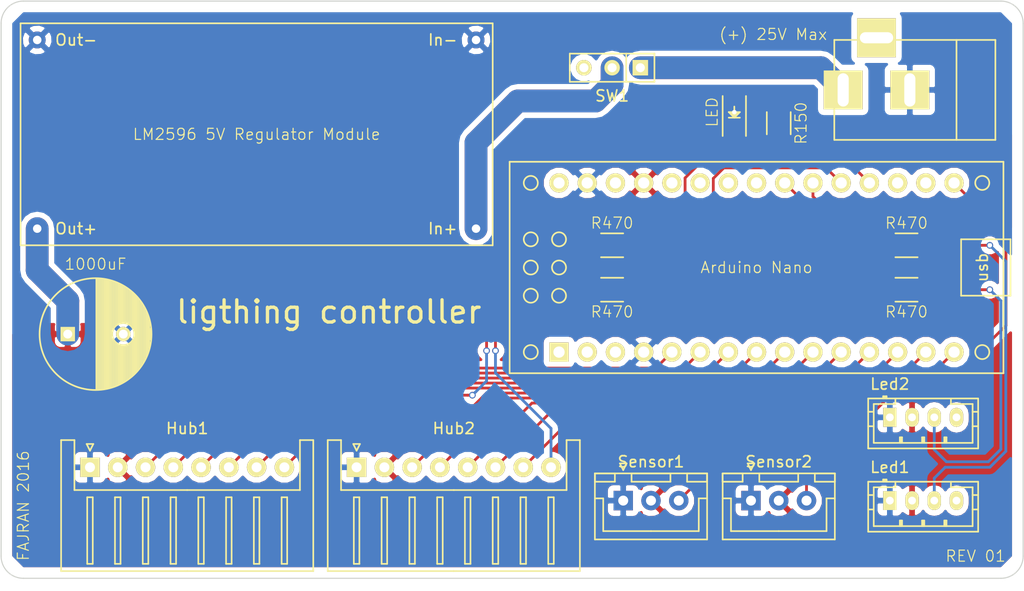
<source format=kicad_pcb>
(kicad_pcb (version 4) (host pcbnew 4.0.3+e1-6302~38~ubuntu15.04.1-stable)

  (general
    (links 44)
    (no_connects 0)
    (area 29.899999 29.899999 124.09 83.625)
    (thickness 1.6)
    (drawings 17)
    (tracks 133)
    (zones 0)
    (modules 17)
    (nets 39)
  )

  (page A4)
  (layers
    (0 F.Cu signal)
    (31 B.Cu signal)
    (32 B.Adhes user)
    (33 F.Adhes user)
    (34 B.Paste user)
    (35 F.Paste user)
    (36 B.SilkS user)
    (37 F.SilkS user)
    (38 B.Mask user)
    (39 F.Mask user)
    (40 Dwgs.User user)
    (41 Cmts.User user)
    (42 Eco1.User user)
    (43 Eco2.User user)
    (44 Edge.Cuts user)
    (45 Margin user)
    (46 B.CrtYd user)
    (47 F.CrtYd user)
    (48 B.Fab user)
    (49 F.Fab user)
  )

  (setup
    (last_trace_width 0.25)
    (trace_clearance 0.2)
    (zone_clearance 0.508)
    (zone_45_only yes)
    (trace_min 0.2)
    (segment_width 0.2)
    (edge_width 0.1)
    (via_size 0.6)
    (via_drill 0.4)
    (via_min_size 0.4)
    (via_min_drill 0.3)
    (uvia_size 0.3)
    (uvia_drill 0.1)
    (uvias_allowed no)
    (uvia_min_size 0.2)
    (uvia_min_drill 0.1)
    (pcb_text_width 0.3)
    (pcb_text_size 1.5 1.5)
    (mod_edge_width 0.15)
    (mod_text_size 1 1)
    (mod_text_width 0.15)
    (pad_size 3.2 3.2)
    (pad_drill 3.2)
    (pad_to_mask_clearance 0)
    (aux_axis_origin 0 0)
    (visible_elements FFFFFF7F)
    (pcbplotparams
      (layerselection 0x010f0_80000001)
      (usegerberextensions false)
      (excludeedgelayer true)
      (linewidth 0.100000)
      (plotframeref false)
      (viasonmask false)
      (mode 1)
      (useauxorigin false)
      (hpglpennumber 1)
      (hpglpenspeed 20)
      (hpglpendiameter 15)
      (hpglpenoverlay 2)
      (psnegative false)
      (psa4output false)
      (plotreference true)
      (plotvalue true)
      (plotinvisibletext false)
      (padsonsilk false)
      (subtractmaskfromsilk false)
      (outputformat 1)
      (mirror false)
      (drillshape 0)
      (scaleselection 1)
      (outputdirectory gerber))
  )

  (net 0 "")
  (net 1 "Net-(Arduino1-Pad1)")
  (net 2 "Net-(Arduino1-Pad2)")
  (net 3 "Net-(Arduino1-Pad3)")
  (net 4 GND)
  (net 5 /In1)
  (net 6 /In2)
  (net 7 /In3)
  (net 8 /In4)
  (net 9 /In5)
  (net 10 /In6)
  (net 11 /In7)
  (net 12 /In8)
  (net 13 /In9)
  (net 14 /In10)
  (net 15 /In11)
  (net 16 /In12)
  (net 17 "Net-(Arduino1-Pad17)")
  (net 18 "Net-(Arduino1-Pad18)")
  (net 19 /Out1)
  (net 20 /Out2)
  (net 21 /Out3)
  (net 22 /Out4)
  (net 23 "Net-(Arduino1-Pad23)")
  (net 24 "Net-(Arduino1-Pad24)")
  (net 25 "Net-(Arduino1-Pad25)")
  (net 26 "Net-(Arduino1-Pad26)")
  (net 27 +5V)
  (net 28 "Net-(Arduino1-Pad28)")
  (net 29 "Net-(Arduino1-Pad30)")
  (net 30 "Net-(D1-Pad2)")
  (net 31 "Net-(Hub1-Pad8)")
  (net 32 "Net-(Hub2-Pad8)")
  (net 33 "Net-(Led1-Pad3)")
  (net 34 "Net-(Led1-Pad4)")
  (net 35 "Net-(Led2-Pad3)")
  (net 36 "Net-(Led2-Pad4)")
  (net 37 VCC)
  (net 38 /Vin)

  (net_class Default "This is the default net class."
    (clearance 0.2)
    (trace_width 0.25)
    (via_dia 0.6)
    (via_drill 0.4)
    (uvia_dia 0.3)
    (uvia_drill 0.1)
    (add_net /In1)
    (add_net /In10)
    (add_net /In11)
    (add_net /In12)
    (add_net /In2)
    (add_net /In3)
    (add_net /In4)
    (add_net /In5)
    (add_net /In6)
    (add_net /In7)
    (add_net /In8)
    (add_net /In9)
    (add_net /Out1)
    (add_net /Out2)
    (add_net /Out3)
    (add_net /Out4)
    (add_net GND)
    (add_net "Net-(Arduino1-Pad1)")
    (add_net "Net-(Arduino1-Pad17)")
    (add_net "Net-(Arduino1-Pad18)")
    (add_net "Net-(Arduino1-Pad2)")
    (add_net "Net-(Arduino1-Pad23)")
    (add_net "Net-(Arduino1-Pad24)")
    (add_net "Net-(Arduino1-Pad25)")
    (add_net "Net-(Arduino1-Pad26)")
    (add_net "Net-(Arduino1-Pad28)")
    (add_net "Net-(Arduino1-Pad3)")
    (add_net "Net-(Arduino1-Pad30)")
    (add_net "Net-(D1-Pad2)")
    (add_net "Net-(Hub1-Pad8)")
    (add_net "Net-(Hub2-Pad8)")
    (add_net "Net-(Led1-Pad3)")
    (add_net "Net-(Led1-Pad4)")
    (add_net "Net-(Led2-Pad3)")
    (add_net "Net-(Led2-Pad4)")
  )

  (net_class VCC ""
    (clearance 0.45)
    (trace_width 2.05)
    (via_dia 0.6)
    (via_drill 0.4)
    (uvia_dia 0.3)
    (uvia_drill 0.1)
    (add_net +5V)
    (add_net /Vin)
    (add_net VCC)
  )

  (module "Arduino:Arduino Nano Shield" (layer F.Cu) (tedit 57F560CF) (tstamp 57F54F96)
    (at 98 54 90)
    (path /57898145)
    (fp_text reference Arduino1 (at 0 24.765 90) (layer F.SilkS) hide
      (effects (font (size 1 1) (thickness 0.15)))
    )
    (fp_text value "Arduino Nano" (at 0 0 180) (layer F.SilkS)
      (effects (font (size 1 1) (thickness 0.1)))
    )
    (fp_line (start -9.525 -22.225) (end 9.525 -22.225) (layer F.SilkS) (width 0.15))
    (fp_line (start 9.525 -22.225) (end 9.525 22.225) (layer F.SilkS) (width 0.15))
    (fp_line (start 9.525 22.225) (end -9.525 22.225) (layer F.SilkS) (width 0.15))
    (fp_line (start -9.525 22.225) (end -9.525 -22.225) (layer F.SilkS) (width 0.15))
    (fp_circle (center -7.62 20.32) (end -6.985 20.32) (layer F.SilkS) (width 0.15))
    (fp_circle (center 7.62 20.32) (end 8.255 20.32) (layer F.SilkS) (width 0.15))
    (fp_circle (center -7.62 -20.32) (end -6.985 -20.32) (layer F.SilkS) (width 0.15))
    (fp_circle (center 7.62 -20.32) (end 8.255 -20.32) (layer F.SilkS) (width 0.15))
    (fp_circle (center -2.54 -20.32) (end -1.905 -20.32) (layer F.SilkS) (width 0.15))
    (fp_circle (center -2.54 -17.78) (end -1.905 -17.78) (layer F.SilkS) (width 0.15))
    (fp_circle (center 2.54 -17.78) (end 3.175 -17.78) (layer F.SilkS) (width 0.15))
    (fp_circle (center 2.54 -20.32) (end 3.175 -20.32) (layer F.SilkS) (width 0.15))
    (fp_circle (center 0 -20.32) (end 0.635 -20.32) (layer F.SilkS) (width 0.15))
    (fp_circle (center 0 -17.78) (end 0.635 -17.78) (layer F.SilkS) (width 0.15))
    (fp_line (start 2.54 18.415) (end -2.54 18.415) (layer F.SilkS) (width 0.15))
    (fp_line (start -2.54 22.86) (end 2.54 22.86) (layer F.SilkS) (width 0.15))
    (fp_line (start -2.54 22.86) (end -2.54 18.415) (layer F.SilkS) (width 0.15))
    (fp_line (start 2.54 18.415) (end 2.54 22.86) (layer F.SilkS) (width 0.15))
    (fp_text user usb (at 0 20.32 90) (layer F.SilkS)
      (effects (font (size 1 1) (thickness 0.15)))
    )
    (pad 1 thru_hole rect (at -7.62 -17.78 90) (size 1.7272 1.7272) (drill 1.016) (layers *.Cu *.Mask F.SilkS)
      (net 1 "Net-(Arduino1-Pad1)"))
    (pad 2 thru_hole circle (at -7.62 -15.24 90) (size 1.7272 1.7272) (drill 1.016) (layers *.Cu *.Mask F.SilkS)
      (net 2 "Net-(Arduino1-Pad2)"))
    (pad 3 thru_hole circle (at -7.62 -12.7 90) (size 1.7272 1.7272) (drill 1.016) (layers *.Cu *.Mask F.SilkS)
      (net 3 "Net-(Arduino1-Pad3)"))
    (pad 4 thru_hole circle (at -7.62 -10.16 90) (size 1.7272 1.7272) (drill 1.016) (layers *.Cu *.Mask F.SilkS)
      (net 4 GND))
    (pad 5 thru_hole circle (at -7.62 -7.62 90) (size 1.7272 1.7272) (drill 1.016) (layers *.Cu *.Mask F.SilkS)
      (net 5 /In1))
    (pad 6 thru_hole circle (at -7.62 -5.08 90) (size 1.7272 1.7272) (drill 1.016) (layers *.Cu *.Mask F.SilkS)
      (net 6 /In2))
    (pad 7 thru_hole circle (at -7.62 -2.54 90) (size 1.7272 1.7272) (drill 1.016) (layers *.Cu *.Mask F.SilkS)
      (net 7 /In3))
    (pad 8 thru_hole circle (at -7.62 0 90) (size 1.7272 1.7272) (drill 1.016) (layers *.Cu *.Mask F.SilkS)
      (net 8 /In4))
    (pad 9 thru_hole circle (at -7.62 2.54 90) (size 1.7272 1.7272) (drill 1.016) (layers *.Cu *.Mask F.SilkS)
      (net 9 /In5))
    (pad 10 thru_hole circle (at -7.62 5.08 90) (size 1.7272 1.7272) (drill 1.016) (layers *.Cu *.Mask F.SilkS)
      (net 10 /In6))
    (pad 11 thru_hole circle (at -7.62 7.62 90) (size 1.7272 1.7272) (drill 1.016) (layers *.Cu *.Mask F.SilkS)
      (net 11 /In7))
    (pad 12 thru_hole circle (at -7.62 10.16 90) (size 1.7272 1.7272) (drill 1.016) (layers *.Cu *.Mask F.SilkS)
      (net 12 /In8))
    (pad 13 thru_hole circle (at -7.62 12.7 90) (size 1.7272 1.7272) (drill 1.016) (layers *.Cu *.Mask F.SilkS)
      (net 13 /In9))
    (pad 14 thru_hole circle (at -7.62 15.24 90) (size 1.7272 1.7272) (drill 1.016) (layers *.Cu *.Mask F.SilkS)
      (net 14 /In10))
    (pad 15 thru_hole circle (at -7.62 17.78 90) (size 1.7272 1.7272) (drill 1.016) (layers *.Cu *.Mask F.SilkS)
      (net 15 /In11))
    (pad 16 thru_hole circle (at 7.62 17.78 90) (size 1.7272 1.7272) (drill 1.016) (layers *.Cu *.Mask F.SilkS)
      (net 16 /In12))
    (pad 17 thru_hole circle (at 7.62 15.24 90) (size 1.7272 1.7272) (drill 1.016) (layers *.Cu *.Mask F.SilkS)
      (net 17 "Net-(Arduino1-Pad17)"))
    (pad 18 thru_hole circle (at 7.62 12.7 90) (size 1.7272 1.7272) (drill 1.016) (layers *.Cu *.Mask F.SilkS)
      (net 18 "Net-(Arduino1-Pad18)"))
    (pad 19 thru_hole circle (at 7.62 10.16 90) (size 1.7272 1.7272) (drill 1.016) (layers *.Cu *.Mask F.SilkS)
      (net 19 /Out1))
    (pad 20 thru_hole circle (at 7.62 7.62 90) (size 1.7272 1.7272) (drill 1.016) (layers *.Cu *.Mask F.SilkS)
      (net 20 /Out2))
    (pad 21 thru_hole circle (at 7.62 5.08 90) (size 1.7272 1.7272) (drill 1.016) (layers *.Cu *.Mask F.SilkS)
      (net 21 /Out3))
    (pad 22 thru_hole circle (at 7.62 2.54 90) (size 1.7272 1.7272) (drill 1.016) (layers *.Cu *.Mask F.SilkS)
      (net 22 /Out4))
    (pad 23 thru_hole circle (at 7.62 0 90) (size 1.7272 1.7272) (drill 1.016) (layers *.Cu *.Mask F.SilkS)
      (net 23 "Net-(Arduino1-Pad23)"))
    (pad 24 thru_hole circle (at 7.62 -2.54 90) (size 1.7272 1.7272) (drill 1.016) (layers *.Cu *.Mask F.SilkS)
      (net 24 "Net-(Arduino1-Pad24)"))
    (pad 25 thru_hole circle (at 7.62 -5.08 90) (size 1.7272 1.7272) (drill 1.016) (layers *.Cu *.Mask F.SilkS)
      (net 25 "Net-(Arduino1-Pad25)"))
    (pad 26 thru_hole circle (at 7.62 -7.62 90) (size 1.7272 1.7272) (drill 1.016) (layers *.Cu *.Mask F.SilkS)
      (net 26 "Net-(Arduino1-Pad26)"))
    (pad 27 thru_hole circle (at 7.62 -10.16 90) (size 1.7272 1.7272) (drill 1.016) (layers *.Cu *.Mask F.SilkS)
      (net 27 +5V))
    (pad 28 thru_hole circle (at 7.62 -12.7 90) (size 1.7272 1.7272) (drill 1.016) (layers *.Cu *.Mask F.SilkS)
      (net 28 "Net-(Arduino1-Pad28)"))
    (pad 29 thru_hole circle (at 7.62 -15.24 90) (size 1.7272 1.7272) (drill 1.016) (layers *.Cu *.Mask F.SilkS)
      (net 4 GND))
    (pad 30 thru_hole circle (at 7.62 -17.78 90) (size 1.7272 1.7272) (drill 1.016) (layers *.Cu *.Mask F.SilkS)
      (net 29 "Net-(Arduino1-Pad30)"))
  )

  (module Capacitors_ThroughHole:C_Radial_D10_L20_P5 (layer F.Cu) (tedit 57F56122) (tstamp 57F54FD1)
    (at 36 60)
    (descr "Radial Electrolytic Capacitor Diameter 10mm x Length 20mm, Pitch 5mm")
    (tags "Electrolytic Capacitor")
    (path /57AEDBE0)
    (fp_text reference 1000uF (at 2.5 -6.3) (layer F.SilkS)
      (effects (font (size 1 1) (thickness 0.1)))
    )
    (fp_text value CP (at 2.5 6.3) (layer F.Fab)
      (effects (font (size 1 1) (thickness 0.15)))
    )
    (fp_line (start 2.575 -4.999) (end 2.575 4.999) (layer F.SilkS) (width 0.15))
    (fp_line (start 2.715 -4.995) (end 2.715 4.995) (layer F.SilkS) (width 0.15))
    (fp_line (start 2.855 -4.987) (end 2.855 4.987) (layer F.SilkS) (width 0.15))
    (fp_line (start 2.995 -4.975) (end 2.995 4.975) (layer F.SilkS) (width 0.15))
    (fp_line (start 3.135 -4.96) (end 3.135 4.96) (layer F.SilkS) (width 0.15))
    (fp_line (start 3.275 -4.94) (end 3.275 4.94) (layer F.SilkS) (width 0.15))
    (fp_line (start 3.415 -4.916) (end 3.415 4.916) (layer F.SilkS) (width 0.15))
    (fp_line (start 3.555 -4.887) (end 3.555 4.887) (layer F.SilkS) (width 0.15))
    (fp_line (start 3.695 -4.855) (end 3.695 4.855) (layer F.SilkS) (width 0.15))
    (fp_line (start 3.835 -4.818) (end 3.835 4.818) (layer F.SilkS) (width 0.15))
    (fp_line (start 3.975 -4.777) (end 3.975 4.777) (layer F.SilkS) (width 0.15))
    (fp_line (start 4.115 -4.732) (end 4.115 -0.466) (layer F.SilkS) (width 0.15))
    (fp_line (start 4.115 0.466) (end 4.115 4.732) (layer F.SilkS) (width 0.15))
    (fp_line (start 4.255 -4.682) (end 4.255 -0.667) (layer F.SilkS) (width 0.15))
    (fp_line (start 4.255 0.667) (end 4.255 4.682) (layer F.SilkS) (width 0.15))
    (fp_line (start 4.395 -4.627) (end 4.395 -0.796) (layer F.SilkS) (width 0.15))
    (fp_line (start 4.395 0.796) (end 4.395 4.627) (layer F.SilkS) (width 0.15))
    (fp_line (start 4.535 -4.567) (end 4.535 -0.885) (layer F.SilkS) (width 0.15))
    (fp_line (start 4.535 0.885) (end 4.535 4.567) (layer F.SilkS) (width 0.15))
    (fp_line (start 4.675 -4.502) (end 4.675 -0.946) (layer F.SilkS) (width 0.15))
    (fp_line (start 4.675 0.946) (end 4.675 4.502) (layer F.SilkS) (width 0.15))
    (fp_line (start 4.815 -4.432) (end 4.815 -0.983) (layer F.SilkS) (width 0.15))
    (fp_line (start 4.815 0.983) (end 4.815 4.432) (layer F.SilkS) (width 0.15))
    (fp_line (start 4.955 -4.356) (end 4.955 -0.999) (layer F.SilkS) (width 0.15))
    (fp_line (start 4.955 0.999) (end 4.955 4.356) (layer F.SilkS) (width 0.15))
    (fp_line (start 5.095 -4.274) (end 5.095 -0.995) (layer F.SilkS) (width 0.15))
    (fp_line (start 5.095 0.995) (end 5.095 4.274) (layer F.SilkS) (width 0.15))
    (fp_line (start 5.235 -4.186) (end 5.235 -0.972) (layer F.SilkS) (width 0.15))
    (fp_line (start 5.235 0.972) (end 5.235 4.186) (layer F.SilkS) (width 0.15))
    (fp_line (start 5.375 -4.091) (end 5.375 -0.927) (layer F.SilkS) (width 0.15))
    (fp_line (start 5.375 0.927) (end 5.375 4.091) (layer F.SilkS) (width 0.15))
    (fp_line (start 5.515 -3.989) (end 5.515 -0.857) (layer F.SilkS) (width 0.15))
    (fp_line (start 5.515 0.857) (end 5.515 3.989) (layer F.SilkS) (width 0.15))
    (fp_line (start 5.655 -3.879) (end 5.655 -0.756) (layer F.SilkS) (width 0.15))
    (fp_line (start 5.655 0.756) (end 5.655 3.879) (layer F.SilkS) (width 0.15))
    (fp_line (start 5.795 -3.761) (end 5.795 -0.607) (layer F.SilkS) (width 0.15))
    (fp_line (start 5.795 0.607) (end 5.795 3.761) (layer F.SilkS) (width 0.15))
    (fp_line (start 5.935 -3.633) (end 5.935 -0.355) (layer F.SilkS) (width 0.15))
    (fp_line (start 5.935 0.355) (end 5.935 3.633) (layer F.SilkS) (width 0.15))
    (fp_line (start 6.075 -3.496) (end 6.075 3.496) (layer F.SilkS) (width 0.15))
    (fp_line (start 6.215 -3.346) (end 6.215 3.346) (layer F.SilkS) (width 0.15))
    (fp_line (start 6.355 -3.184) (end 6.355 3.184) (layer F.SilkS) (width 0.15))
    (fp_line (start 6.495 -3.007) (end 6.495 3.007) (layer F.SilkS) (width 0.15))
    (fp_line (start 6.635 -2.811) (end 6.635 2.811) (layer F.SilkS) (width 0.15))
    (fp_line (start 6.775 -2.593) (end 6.775 2.593) (layer F.SilkS) (width 0.15))
    (fp_line (start 6.915 -2.347) (end 6.915 2.347) (layer F.SilkS) (width 0.15))
    (fp_line (start 7.055 -2.062) (end 7.055 2.062) (layer F.SilkS) (width 0.15))
    (fp_line (start 7.195 -1.72) (end 7.195 1.72) (layer F.SilkS) (width 0.15))
    (fp_line (start 7.335 -1.274) (end 7.335 1.274) (layer F.SilkS) (width 0.15))
    (fp_line (start 7.475 -0.499) (end 7.475 0.499) (layer F.SilkS) (width 0.15))
    (fp_circle (center 5 0) (end 5 -1) (layer F.SilkS) (width 0.15))
    (fp_circle (center 2.5 0) (end 2.5 -5.0375) (layer F.SilkS) (width 0.15))
    (fp_circle (center 2.5 0) (end 2.5 -5.3) (layer F.CrtYd) (width 0.05))
    (pad 1 thru_hole rect (at 0 0) (size 1.3 1.3) (drill 0.8) (layers *.Cu *.Mask F.SilkS)
      (net 27 +5V))
    (pad 2 thru_hole circle (at 5 0) (size 1.3 1.3) (drill 0.8) (layers *.Cu *.Mask F.SilkS)
      (net 4 GND))
    (model Capacitors_ThroughHole.3dshapes/C_Radial_D10_L20_P5.wrl
      (at (xyz 0 0 0))
      (scale (xyz 1 1 1))
      (rotate (xyz 0 0 0))
    )
  )

  (module LEDs:LED_1206 (layer F.Cu) (tedit 57F560AA) (tstamp 57F54FEF)
    (at 96 40 90)
    (descr "LED 1206 smd package")
    (tags "LED1206 SMD")
    (path /57D5D708)
    (attr smd)
    (fp_text reference D1 (at 0 -2 90) (layer F.SilkS) hide
      (effects (font (size 1 1) (thickness 0.15)))
    )
    (fp_text value LED (at 0 -2 90) (layer F.SilkS)
      (effects (font (size 1 1) (thickness 0.1)))
    )
    (fp_line (start -0.5 -0.5) (end -0.5 0.5) (layer F.Fab) (width 0.15))
    (fp_line (start -0.5 0) (end 0 -0.5) (layer F.Fab) (width 0.15))
    (fp_line (start 0 0.5) (end -0.5 0) (layer F.Fab) (width 0.15))
    (fp_line (start 0 -0.5) (end 0 0.5) (layer F.Fab) (width 0.15))
    (fp_line (start -1.6 0.8) (end -1.6 -0.8) (layer F.Fab) (width 0.15))
    (fp_line (start 1.6 0.8) (end -1.6 0.8) (layer F.Fab) (width 0.15))
    (fp_line (start 1.6 -0.8) (end 1.6 0.8) (layer F.Fab) (width 0.15))
    (fp_line (start -1.6 -0.8) (end 1.6 -0.8) (layer F.Fab) (width 0.15))
    (fp_line (start -2.15 1.05) (end 1.45 1.05) (layer F.SilkS) (width 0.15))
    (fp_line (start -2.15 -1.05) (end 1.45 -1.05) (layer F.SilkS) (width 0.15))
    (fp_line (start -0.1 -0.3) (end -0.1 0.3) (layer F.SilkS) (width 0.15))
    (fp_line (start -0.1 0.3) (end -0.4 0) (layer F.SilkS) (width 0.15))
    (fp_line (start -0.4 0) (end -0.2 -0.2) (layer F.SilkS) (width 0.15))
    (fp_line (start -0.2 -0.2) (end -0.2 0.05) (layer F.SilkS) (width 0.15))
    (fp_line (start -0.2 0.05) (end -0.25 0) (layer F.SilkS) (width 0.15))
    (fp_line (start -0.5 -0.5) (end -0.5 0.5) (layer F.SilkS) (width 0.15))
    (fp_line (start 0 0) (end 0.5 0) (layer F.SilkS) (width 0.15))
    (fp_line (start -0.5 0) (end 0 -0.5) (layer F.SilkS) (width 0.15))
    (fp_line (start 0 -0.5) (end 0 0.5) (layer F.SilkS) (width 0.15))
    (fp_line (start 0 0.5) (end -0.5 0) (layer F.SilkS) (width 0.15))
    (fp_line (start 2.5 -1.25) (end -2.5 -1.25) (layer F.CrtYd) (width 0.05))
    (fp_line (start -2.5 -1.25) (end -2.5 1.25) (layer F.CrtYd) (width 0.05))
    (fp_line (start -2.5 1.25) (end 2.5 1.25) (layer F.CrtYd) (width 0.05))
    (fp_line (start 2.5 1.25) (end 2.5 -1.25) (layer F.CrtYd) (width 0.05))
    (pad 2 smd rect (at 1.41986 0 270) (size 1.59766 1.80086) (layers F.Cu F.Paste F.Mask)
      (net 30 "Net-(D1-Pad2)"))
    (pad 1 smd rect (at -1.41986 0 270) (size 1.59766 1.80086) (layers F.Cu F.Paste F.Mask)
      (net 4 GND))
    (model LEDs.3dshapes/LED_1206.wrl
      (at (xyz 0 0 0))
      (scale (xyz 1 1 1))
      (rotate (xyz 0 0 180))
    )
  )

  (module Connectors_JST:JST_XH_S08B-XH-A_08x2.50mm_Angled (layer F.Cu) (tedit 56F07245) (tstamp 57F5502C)
    (at 38 72)
    (descr "JST XH series connector, S08B-XH-A, side entry type, through hole")
    (tags "connector jst xh tht side horizontal angled 2.50mm")
    (path /57AED1D7)
    (fp_text reference Hub1 (at 8.75 -3.5) (layer F.SilkS)
      (effects (font (size 1 1) (thickness 0.15)))
    )
    (fp_text value "Cabinet Hub" (at 8.75 10.3) (layer F.Fab)
      (effects (font (size 1 1) (thickness 0.15)))
    )
    (fp_line (start -2.95 -2.8) (end -2.95 9.7) (layer F.CrtYd) (width 0.05))
    (fp_line (start -2.95 9.7) (end 20.45 9.7) (layer F.CrtYd) (width 0.05))
    (fp_line (start 20.45 9.7) (end 20.45 -2.8) (layer F.CrtYd) (width 0.05))
    (fp_line (start 20.45 -2.8) (end -2.95 -2.8) (layer F.CrtYd) (width 0.05))
    (fp_line (start 8.75 9.35) (end -2.6 9.35) (layer F.SilkS) (width 0.15))
    (fp_line (start -2.6 9.35) (end -2.6 -2.45) (layer F.SilkS) (width 0.15))
    (fp_line (start -2.6 -2.45) (end -1.4 -2.45) (layer F.SilkS) (width 0.15))
    (fp_line (start -1.4 -2.45) (end -1.4 2.05) (layer F.SilkS) (width 0.15))
    (fp_line (start -1.4 2.05) (end 8.75 2.05) (layer F.SilkS) (width 0.15))
    (fp_line (start 8.75 9.35) (end 20.1 9.35) (layer F.SilkS) (width 0.15))
    (fp_line (start 20.1 9.35) (end 20.1 -2.45) (layer F.SilkS) (width 0.15))
    (fp_line (start 20.1 -2.45) (end 18.9 -2.45) (layer F.SilkS) (width 0.15))
    (fp_line (start 18.9 -2.45) (end 18.9 2.05) (layer F.SilkS) (width 0.15))
    (fp_line (start 18.9 2.05) (end 8.75 2.05) (layer F.SilkS) (width 0.15))
    (fp_line (start -0.25 2.7) (end -0.25 8.7) (layer F.SilkS) (width 0.15))
    (fp_line (start -0.25 8.7) (end 0.25 8.7) (layer F.SilkS) (width 0.15))
    (fp_line (start 0.25 8.7) (end 0.25 2.7) (layer F.SilkS) (width 0.15))
    (fp_line (start 0.25 2.7) (end -0.25 2.7) (layer F.SilkS) (width 0.15))
    (fp_line (start 2.25 2.7) (end 2.25 8.7) (layer F.SilkS) (width 0.15))
    (fp_line (start 2.25 8.7) (end 2.75 8.7) (layer F.SilkS) (width 0.15))
    (fp_line (start 2.75 8.7) (end 2.75 2.7) (layer F.SilkS) (width 0.15))
    (fp_line (start 2.75 2.7) (end 2.25 2.7) (layer F.SilkS) (width 0.15))
    (fp_line (start 4.75 2.7) (end 4.75 8.7) (layer F.SilkS) (width 0.15))
    (fp_line (start 4.75 8.7) (end 5.25 8.7) (layer F.SilkS) (width 0.15))
    (fp_line (start 5.25 8.7) (end 5.25 2.7) (layer F.SilkS) (width 0.15))
    (fp_line (start 5.25 2.7) (end 4.75 2.7) (layer F.SilkS) (width 0.15))
    (fp_line (start 7.25 2.7) (end 7.25 8.7) (layer F.SilkS) (width 0.15))
    (fp_line (start 7.25 8.7) (end 7.75 8.7) (layer F.SilkS) (width 0.15))
    (fp_line (start 7.75 8.7) (end 7.75 2.7) (layer F.SilkS) (width 0.15))
    (fp_line (start 7.75 2.7) (end 7.25 2.7) (layer F.SilkS) (width 0.15))
    (fp_line (start 9.75 2.7) (end 9.75 8.7) (layer F.SilkS) (width 0.15))
    (fp_line (start 9.75 8.7) (end 10.25 8.7) (layer F.SilkS) (width 0.15))
    (fp_line (start 10.25 8.7) (end 10.25 2.7) (layer F.SilkS) (width 0.15))
    (fp_line (start 10.25 2.7) (end 9.75 2.7) (layer F.SilkS) (width 0.15))
    (fp_line (start 12.25 2.7) (end 12.25 8.7) (layer F.SilkS) (width 0.15))
    (fp_line (start 12.25 8.7) (end 12.75 8.7) (layer F.SilkS) (width 0.15))
    (fp_line (start 12.75 8.7) (end 12.75 2.7) (layer F.SilkS) (width 0.15))
    (fp_line (start 12.75 2.7) (end 12.25 2.7) (layer F.SilkS) (width 0.15))
    (fp_line (start 14.75 2.7) (end 14.75 8.7) (layer F.SilkS) (width 0.15))
    (fp_line (start 14.75 8.7) (end 15.25 8.7) (layer F.SilkS) (width 0.15))
    (fp_line (start 15.25 8.7) (end 15.25 2.7) (layer F.SilkS) (width 0.15))
    (fp_line (start 15.25 2.7) (end 14.75 2.7) (layer F.SilkS) (width 0.15))
    (fp_line (start 17.25 2.7) (end 17.25 8.7) (layer F.SilkS) (width 0.15))
    (fp_line (start 17.25 8.7) (end 17.75 8.7) (layer F.SilkS) (width 0.15))
    (fp_line (start 17.75 8.7) (end 17.75 2.7) (layer F.SilkS) (width 0.15))
    (fp_line (start 17.75 2.7) (end 17.25 2.7) (layer F.SilkS) (width 0.15))
    (fp_line (start 0 -1.5) (end -0.3 -2.1) (layer F.SilkS) (width 0.15))
    (fp_line (start -0.3 -2.1) (end 0.3 -2.1) (layer F.SilkS) (width 0.15))
    (fp_line (start 0.3 -2.1) (end 0 -1.5) (layer F.SilkS) (width 0.15))
    (pad 1 thru_hole rect (at 0 0) (size 1.75 1.75) (drill 0.9) (layers *.Cu *.Mask F.SilkS)
      (net 4 GND))
    (pad 2 thru_hole circle (at 2.5 0) (size 1.75 1.75) (drill 0.9) (layers *.Cu *.Mask F.SilkS)
      (net 27 +5V))
    (pad 3 thru_hole circle (at 5 0) (size 1.75 1.75) (drill 0.9) (layers *.Cu *.Mask F.SilkS)
      (net 5 /In1))
    (pad 4 thru_hole circle (at 7.5 0) (size 1.75 1.75) (drill 0.9) (layers *.Cu *.Mask F.SilkS)
      (net 6 /In2))
    (pad 5 thru_hole circle (at 10 0) (size 1.75 1.75) (drill 0.9) (layers *.Cu *.Mask F.SilkS)
      (net 7 /In3))
    (pad 6 thru_hole circle (at 12.5 0) (size 1.75 1.75) (drill 0.9) (layers *.Cu *.Mask F.SilkS)
      (net 8 /In4))
    (pad 7 thru_hole circle (at 15 0) (size 1.75 1.75) (drill 0.9) (layers *.Cu *.Mask F.SilkS)
      (net 9 /In5))
    (pad 8 thru_hole circle (at 17.5 0) (size 1.75 1.75) (drill 0.9) (layers *.Cu *.Mask F.SilkS)
      (net 31 "Net-(Hub1-Pad8)"))
    (model Connectors_JST.3dshapes/JST_XH_S08B-XH-A_08x2.50mm_Angled.wrl
      (at (xyz 0 0 0))
      (scale (xyz 1 1 1))
      (rotate (xyz 0 0 0))
    )
  )

  (module Connectors_JST:JST_XH_S08B-XH-A_08x2.50mm_Angled (layer F.Cu) (tedit 56F07245) (tstamp 57F55069)
    (at 62 72)
    (descr "JST XH series connector, S08B-XH-A, side entry type, through hole")
    (tags "connector jst xh tht side horizontal angled 2.50mm")
    (path /57AED832)
    (fp_text reference Hub2 (at 8.75 -3.5) (layer F.SilkS)
      (effects (font (size 1 1) (thickness 0.15)))
    )
    (fp_text value "Cabinet Hub" (at 8.75 10.3) (layer F.Fab)
      (effects (font (size 1 1) (thickness 0.15)))
    )
    (fp_line (start -2.95 -2.8) (end -2.95 9.7) (layer F.CrtYd) (width 0.05))
    (fp_line (start -2.95 9.7) (end 20.45 9.7) (layer F.CrtYd) (width 0.05))
    (fp_line (start 20.45 9.7) (end 20.45 -2.8) (layer F.CrtYd) (width 0.05))
    (fp_line (start 20.45 -2.8) (end -2.95 -2.8) (layer F.CrtYd) (width 0.05))
    (fp_line (start 8.75 9.35) (end -2.6 9.35) (layer F.SilkS) (width 0.15))
    (fp_line (start -2.6 9.35) (end -2.6 -2.45) (layer F.SilkS) (width 0.15))
    (fp_line (start -2.6 -2.45) (end -1.4 -2.45) (layer F.SilkS) (width 0.15))
    (fp_line (start -1.4 -2.45) (end -1.4 2.05) (layer F.SilkS) (width 0.15))
    (fp_line (start -1.4 2.05) (end 8.75 2.05) (layer F.SilkS) (width 0.15))
    (fp_line (start 8.75 9.35) (end 20.1 9.35) (layer F.SilkS) (width 0.15))
    (fp_line (start 20.1 9.35) (end 20.1 -2.45) (layer F.SilkS) (width 0.15))
    (fp_line (start 20.1 -2.45) (end 18.9 -2.45) (layer F.SilkS) (width 0.15))
    (fp_line (start 18.9 -2.45) (end 18.9 2.05) (layer F.SilkS) (width 0.15))
    (fp_line (start 18.9 2.05) (end 8.75 2.05) (layer F.SilkS) (width 0.15))
    (fp_line (start -0.25 2.7) (end -0.25 8.7) (layer F.SilkS) (width 0.15))
    (fp_line (start -0.25 8.7) (end 0.25 8.7) (layer F.SilkS) (width 0.15))
    (fp_line (start 0.25 8.7) (end 0.25 2.7) (layer F.SilkS) (width 0.15))
    (fp_line (start 0.25 2.7) (end -0.25 2.7) (layer F.SilkS) (width 0.15))
    (fp_line (start 2.25 2.7) (end 2.25 8.7) (layer F.SilkS) (width 0.15))
    (fp_line (start 2.25 8.7) (end 2.75 8.7) (layer F.SilkS) (width 0.15))
    (fp_line (start 2.75 8.7) (end 2.75 2.7) (layer F.SilkS) (width 0.15))
    (fp_line (start 2.75 2.7) (end 2.25 2.7) (layer F.SilkS) (width 0.15))
    (fp_line (start 4.75 2.7) (end 4.75 8.7) (layer F.SilkS) (width 0.15))
    (fp_line (start 4.75 8.7) (end 5.25 8.7) (layer F.SilkS) (width 0.15))
    (fp_line (start 5.25 8.7) (end 5.25 2.7) (layer F.SilkS) (width 0.15))
    (fp_line (start 5.25 2.7) (end 4.75 2.7) (layer F.SilkS) (width 0.15))
    (fp_line (start 7.25 2.7) (end 7.25 8.7) (layer F.SilkS) (width 0.15))
    (fp_line (start 7.25 8.7) (end 7.75 8.7) (layer F.SilkS) (width 0.15))
    (fp_line (start 7.75 8.7) (end 7.75 2.7) (layer F.SilkS) (width 0.15))
    (fp_line (start 7.75 2.7) (end 7.25 2.7) (layer F.SilkS) (width 0.15))
    (fp_line (start 9.75 2.7) (end 9.75 8.7) (layer F.SilkS) (width 0.15))
    (fp_line (start 9.75 8.7) (end 10.25 8.7) (layer F.SilkS) (width 0.15))
    (fp_line (start 10.25 8.7) (end 10.25 2.7) (layer F.SilkS) (width 0.15))
    (fp_line (start 10.25 2.7) (end 9.75 2.7) (layer F.SilkS) (width 0.15))
    (fp_line (start 12.25 2.7) (end 12.25 8.7) (layer F.SilkS) (width 0.15))
    (fp_line (start 12.25 8.7) (end 12.75 8.7) (layer F.SilkS) (width 0.15))
    (fp_line (start 12.75 8.7) (end 12.75 2.7) (layer F.SilkS) (width 0.15))
    (fp_line (start 12.75 2.7) (end 12.25 2.7) (layer F.SilkS) (width 0.15))
    (fp_line (start 14.75 2.7) (end 14.75 8.7) (layer F.SilkS) (width 0.15))
    (fp_line (start 14.75 8.7) (end 15.25 8.7) (layer F.SilkS) (width 0.15))
    (fp_line (start 15.25 8.7) (end 15.25 2.7) (layer F.SilkS) (width 0.15))
    (fp_line (start 15.25 2.7) (end 14.75 2.7) (layer F.SilkS) (width 0.15))
    (fp_line (start 17.25 2.7) (end 17.25 8.7) (layer F.SilkS) (width 0.15))
    (fp_line (start 17.25 8.7) (end 17.75 8.7) (layer F.SilkS) (width 0.15))
    (fp_line (start 17.75 8.7) (end 17.75 2.7) (layer F.SilkS) (width 0.15))
    (fp_line (start 17.75 2.7) (end 17.25 2.7) (layer F.SilkS) (width 0.15))
    (fp_line (start 0 -1.5) (end -0.3 -2.1) (layer F.SilkS) (width 0.15))
    (fp_line (start -0.3 -2.1) (end 0.3 -2.1) (layer F.SilkS) (width 0.15))
    (fp_line (start 0.3 -2.1) (end 0 -1.5) (layer F.SilkS) (width 0.15))
    (pad 1 thru_hole rect (at 0 0) (size 1.75 1.75) (drill 0.9) (layers *.Cu *.Mask F.SilkS)
      (net 4 GND))
    (pad 2 thru_hole circle (at 2.5 0) (size 1.75 1.75) (drill 0.9) (layers *.Cu *.Mask F.SilkS)
      (net 27 +5V))
    (pad 3 thru_hole circle (at 5 0) (size 1.75 1.75) (drill 0.9) (layers *.Cu *.Mask F.SilkS)
      (net 10 /In6))
    (pad 4 thru_hole circle (at 7.5 0) (size 1.75 1.75) (drill 0.9) (layers *.Cu *.Mask F.SilkS)
      (net 11 /In7))
    (pad 5 thru_hole circle (at 10 0) (size 1.75 1.75) (drill 0.9) (layers *.Cu *.Mask F.SilkS)
      (net 12 /In8))
    (pad 6 thru_hole circle (at 12.5 0) (size 1.75 1.75) (drill 0.9) (layers *.Cu *.Mask F.SilkS)
      (net 13 /In9))
    (pad 7 thru_hole circle (at 15 0) (size 1.75 1.75) (drill 0.9) (layers *.Cu *.Mask F.SilkS)
      (net 14 /In10))
    (pad 8 thru_hole circle (at 17.5 0) (size 1.75 1.75) (drill 0.9) (layers *.Cu *.Mask F.SilkS)
      (net 32 "Net-(Hub2-Pad8)"))
    (model Connectors_JST.3dshapes/JST_XH_S08B-XH-A_08x2.50mm_Angled.wrl
      (at (xyz 0 0 0))
      (scale (xyz 1 1 1))
      (rotate (xyz 0 0 0))
    )
  )

  (module Connectors_JST:JST_PH_B4B-PH-K_04x2.00mm_Straight (layer F.Cu) (tedit 56B07786) (tstamp 57F55094)
    (at 110 75)
    (descr http://www.jst-mfg.com/product/pdf/eng/ePH.pdf)
    (tags "connector jst ph")
    (path /57B60C61)
    (fp_text reference Led1 (at 0 -3) (layer F.SilkS)
      (effects (font (size 1 1) (thickness 0.15)))
    )
    (fp_text value Led (at 3 4) (layer F.Fab)
      (effects (font (size 1 1) (thickness 0.15)))
    )
    (fp_line (start -1.95 2.8) (end -1.95 -1.7) (layer F.SilkS) (width 0.15))
    (fp_line (start -1.95 -1.7) (end 7.95 -1.7) (layer F.SilkS) (width 0.15))
    (fp_line (start 7.95 -1.7) (end 7.95 2.8) (layer F.SilkS) (width 0.15))
    (fp_line (start 7.95 2.8) (end -1.95 2.8) (layer F.SilkS) (width 0.15))
    (fp_line (start 0.5 -1.7) (end 0.5 -1.2) (layer F.SilkS) (width 0.15))
    (fp_line (start 0.5 -1.2) (end -1.45 -1.2) (layer F.SilkS) (width 0.15))
    (fp_line (start -1.45 -1.2) (end -1.45 2.3) (layer F.SilkS) (width 0.15))
    (fp_line (start -1.45 2.3) (end 7.45 2.3) (layer F.SilkS) (width 0.15))
    (fp_line (start 7.45 2.3) (end 7.45 -1.2) (layer F.SilkS) (width 0.15))
    (fp_line (start 7.45 -1.2) (end 5.5 -1.2) (layer F.SilkS) (width 0.15))
    (fp_line (start 5.5 -1.2) (end 5.5 -1.7) (layer F.SilkS) (width 0.15))
    (fp_line (start -1.95 -0.5) (end -1.45 -0.5) (layer F.SilkS) (width 0.15))
    (fp_line (start -1.95 0.8) (end -1.45 0.8) (layer F.SilkS) (width 0.15))
    (fp_line (start 7.45 -0.5) (end 7.95 -0.5) (layer F.SilkS) (width 0.15))
    (fp_line (start 7.45 0.8) (end 7.95 0.8) (layer F.SilkS) (width 0.15))
    (fp_line (start -0.3 -1.7) (end -0.3 -1.9) (layer F.SilkS) (width 0.15))
    (fp_line (start -0.3 -1.9) (end -0.6 -1.9) (layer F.SilkS) (width 0.15))
    (fp_line (start -0.6 -1.9) (end -0.6 -1.7) (layer F.SilkS) (width 0.15))
    (fp_line (start -0.3 -1.8) (end -0.6 -1.8) (layer F.SilkS) (width 0.15))
    (fp_line (start 0.9 2.3) (end 0.9 1.8) (layer F.SilkS) (width 0.15))
    (fp_line (start 0.9 1.8) (end 1.1 1.8) (layer F.SilkS) (width 0.15))
    (fp_line (start 1.1 1.8) (end 1.1 2.3) (layer F.SilkS) (width 0.15))
    (fp_line (start 1 2.3) (end 1 1.8) (layer F.SilkS) (width 0.15))
    (fp_line (start 2.9 2.3) (end 2.9 1.8) (layer F.SilkS) (width 0.15))
    (fp_line (start 2.9 1.8) (end 3.1 1.8) (layer F.SilkS) (width 0.15))
    (fp_line (start 3.1 1.8) (end 3.1 2.3) (layer F.SilkS) (width 0.15))
    (fp_line (start 3 2.3) (end 3 1.8) (layer F.SilkS) (width 0.15))
    (fp_line (start 4.9 2.3) (end 4.9 1.8) (layer F.SilkS) (width 0.15))
    (fp_line (start 4.9 1.8) (end 5.1 1.8) (layer F.SilkS) (width 0.15))
    (fp_line (start 5.1 1.8) (end 5.1 2.3) (layer F.SilkS) (width 0.15))
    (fp_line (start 5 2.3) (end 5 1.8) (layer F.SilkS) (width 0.15))
    (fp_line (start -2.45 3.3) (end -2.45 -2.2) (layer F.CrtYd) (width 0.05))
    (fp_line (start -2.45 -2.2) (end 8.45 -2.2) (layer F.CrtYd) (width 0.05))
    (fp_line (start 8.45 -2.2) (end 8.45 3.3) (layer F.CrtYd) (width 0.05))
    (fp_line (start 8.45 3.3) (end -2.45 3.3) (layer F.CrtYd) (width 0.05))
    (pad 1 thru_hole rect (at 0 0) (size 1.2 1.7) (drill 0.7) (layers *.Cu *.Mask F.SilkS)
      (net 4 GND))
    (pad 2 thru_hole oval (at 2 0) (size 1.2 1.7) (drill 0.7) (layers *.Cu *.Mask F.SilkS)
      (net 27 +5V))
    (pad 3 thru_hole oval (at 4 0) (size 1.2 1.7) (drill 0.7) (layers *.Cu *.Mask F.SilkS)
      (net 33 "Net-(Led1-Pad3)"))
    (pad 4 thru_hole oval (at 6 0) (size 1.2 1.7) (drill 0.7) (layers *.Cu *.Mask F.SilkS)
      (net 34 "Net-(Led1-Pad4)"))
  )

  (module Connectors_JST:JST_PH_B4B-PH-K_04x2.00mm_Straight (layer F.Cu) (tedit 56B07786) (tstamp 57F550BF)
    (at 110 67.5)
    (descr http://www.jst-mfg.com/product/pdf/eng/ePH.pdf)
    (tags "connector jst ph")
    (path /57B60D0B)
    (fp_text reference Led2 (at 0 -3) (layer F.SilkS)
      (effects (font (size 1 1) (thickness 0.15)))
    )
    (fp_text value Led (at 3 4) (layer F.Fab)
      (effects (font (size 1 1) (thickness 0.15)))
    )
    (fp_line (start -1.95 2.8) (end -1.95 -1.7) (layer F.SilkS) (width 0.15))
    (fp_line (start -1.95 -1.7) (end 7.95 -1.7) (layer F.SilkS) (width 0.15))
    (fp_line (start 7.95 -1.7) (end 7.95 2.8) (layer F.SilkS) (width 0.15))
    (fp_line (start 7.95 2.8) (end -1.95 2.8) (layer F.SilkS) (width 0.15))
    (fp_line (start 0.5 -1.7) (end 0.5 -1.2) (layer F.SilkS) (width 0.15))
    (fp_line (start 0.5 -1.2) (end -1.45 -1.2) (layer F.SilkS) (width 0.15))
    (fp_line (start -1.45 -1.2) (end -1.45 2.3) (layer F.SilkS) (width 0.15))
    (fp_line (start -1.45 2.3) (end 7.45 2.3) (layer F.SilkS) (width 0.15))
    (fp_line (start 7.45 2.3) (end 7.45 -1.2) (layer F.SilkS) (width 0.15))
    (fp_line (start 7.45 -1.2) (end 5.5 -1.2) (layer F.SilkS) (width 0.15))
    (fp_line (start 5.5 -1.2) (end 5.5 -1.7) (layer F.SilkS) (width 0.15))
    (fp_line (start -1.95 -0.5) (end -1.45 -0.5) (layer F.SilkS) (width 0.15))
    (fp_line (start -1.95 0.8) (end -1.45 0.8) (layer F.SilkS) (width 0.15))
    (fp_line (start 7.45 -0.5) (end 7.95 -0.5) (layer F.SilkS) (width 0.15))
    (fp_line (start 7.45 0.8) (end 7.95 0.8) (layer F.SilkS) (width 0.15))
    (fp_line (start -0.3 -1.7) (end -0.3 -1.9) (layer F.SilkS) (width 0.15))
    (fp_line (start -0.3 -1.9) (end -0.6 -1.9) (layer F.SilkS) (width 0.15))
    (fp_line (start -0.6 -1.9) (end -0.6 -1.7) (layer F.SilkS) (width 0.15))
    (fp_line (start -0.3 -1.8) (end -0.6 -1.8) (layer F.SilkS) (width 0.15))
    (fp_line (start 0.9 2.3) (end 0.9 1.8) (layer F.SilkS) (width 0.15))
    (fp_line (start 0.9 1.8) (end 1.1 1.8) (layer F.SilkS) (width 0.15))
    (fp_line (start 1.1 1.8) (end 1.1 2.3) (layer F.SilkS) (width 0.15))
    (fp_line (start 1 2.3) (end 1 1.8) (layer F.SilkS) (width 0.15))
    (fp_line (start 2.9 2.3) (end 2.9 1.8) (layer F.SilkS) (width 0.15))
    (fp_line (start 2.9 1.8) (end 3.1 1.8) (layer F.SilkS) (width 0.15))
    (fp_line (start 3.1 1.8) (end 3.1 2.3) (layer F.SilkS) (width 0.15))
    (fp_line (start 3 2.3) (end 3 1.8) (layer F.SilkS) (width 0.15))
    (fp_line (start 4.9 2.3) (end 4.9 1.8) (layer F.SilkS) (width 0.15))
    (fp_line (start 4.9 1.8) (end 5.1 1.8) (layer F.SilkS) (width 0.15))
    (fp_line (start 5.1 1.8) (end 5.1 2.3) (layer F.SilkS) (width 0.15))
    (fp_line (start 5 2.3) (end 5 1.8) (layer F.SilkS) (width 0.15))
    (fp_line (start -2.45 3.3) (end -2.45 -2.2) (layer F.CrtYd) (width 0.05))
    (fp_line (start -2.45 -2.2) (end 8.45 -2.2) (layer F.CrtYd) (width 0.05))
    (fp_line (start 8.45 -2.2) (end 8.45 3.3) (layer F.CrtYd) (width 0.05))
    (fp_line (start 8.45 3.3) (end -2.45 3.3) (layer F.CrtYd) (width 0.05))
    (pad 1 thru_hole rect (at 0 0) (size 1.2 1.7) (drill 0.7) (layers *.Cu *.Mask F.SilkS)
      (net 4 GND))
    (pad 2 thru_hole oval (at 2 0) (size 1.2 1.7) (drill 0.7) (layers *.Cu *.Mask F.SilkS)
      (net 27 +5V))
    (pad 3 thru_hole oval (at 4 0) (size 1.2 1.7) (drill 0.7) (layers *.Cu *.Mask F.SilkS)
      (net 35 "Net-(Led2-Pad3)"))
    (pad 4 thru_hole oval (at 6 0) (size 1.2 1.7) (drill 0.7) (layers *.Cu *.Mask F.SilkS)
      (net 36 "Net-(Led2-Pad4)"))
  )

  (module Module:LM2596_Module (layer F.Cu) (tedit 57F56114) (tstamp 57F550CF)
    (at 53 42 180)
    (path /57CBBE2F)
    (fp_text reference M1 (at 0 -7 180) (layer F.SilkS) hide
      (effects (font (size 1 1) (thickness 0.15)))
    )
    (fp_text value LM2596_Module (at 0 7 180) (layer F.Fab)
      (effects (font (size 1 1) (thickness 0.15)))
    )
    (fp_line (start -21.25 -10) (end -21.25 10) (layer F.SilkS) (width 0.15))
    (fp_line (start -21.25 10) (end 21.25 10) (layer F.SilkS) (width 0.15))
    (fp_line (start 21.25 10) (end 21.25 -10) (layer F.SilkS) (width 0.15))
    (fp_line (start -21.25 -10) (end 21.25 -10) (layer F.SilkS) (width 0.15))
    (fp_text user Out- (at 16.25 8.5 180) (layer F.SilkS)
      (effects (font (size 1 1) (thickness 0.15)))
    )
    (fp_text user Out+ (at 16.25 -8.5 180) (layer F.SilkS)
      (effects (font (size 1 1) (thickness 0.15)))
    )
    (fp_text user In- (at -16.75 8.5 180) (layer F.SilkS)
      (effects (font (size 1 1) (thickness 0.15)))
    )
    (fp_text user In+ (at -16.75 -8.5 180) (layer F.SilkS)
      (effects (font (size 1 1) (thickness 0.15)))
    )
    (pad 1 thru_hole circle (at -19.75 -8.5 180) (size 1.524 1.524) (drill 0.762) (layers *.Cu *.Mask)
      (net 37 VCC))
    (pad 2 thru_hole circle (at -19.75 8.5 180) (size 1.524 1.524) (drill 0.762) (layers *.Cu *.Mask)
      (net 4 GND))
    (pad 3 thru_hole circle (at 19.75 -8.5 180) (size 1.524 1.524) (drill 0.762) (layers *.Cu *.Mask)
      (net 27 +5V))
    (pad 4 thru_hole circle (at 19.75 8.5 180) (size 1.524 1.524) (drill 0.762) (layers *.Cu *.Mask)
      (net 4 GND))
  )

  (module Connect:BARREL_JACK (layer F.Cu) (tedit 57F560D5) (tstamp 57F550DB)
    (at 112 38 180)
    (descr "DC Barrel Jack")
    (tags "Power Jack")
    (path /5789821A)
    (fp_text reference P1 (at 10.09904 0 270) (layer F.SilkS) hide
      (effects (font (size 1 1) (thickness 0.15)))
    )
    (fp_text value Power (at 0 -5.5 180) (layer F.Fab)
      (effects (font (size 1 1) (thickness 0.15)))
    )
    (fp_line (start -4.0005 -4.50088) (end -4.0005 4.50088) (layer F.SilkS) (width 0.15))
    (fp_line (start -7.50062 -4.50088) (end -7.50062 4.50088) (layer F.SilkS) (width 0.15))
    (fp_line (start -7.50062 4.50088) (end 7.00024 4.50088) (layer F.SilkS) (width 0.15))
    (fp_line (start 7.00024 4.50088) (end 7.00024 -4.50088) (layer F.SilkS) (width 0.15))
    (fp_line (start 7.00024 -4.50088) (end -7.50062 -4.50088) (layer F.SilkS) (width 0.15))
    (pad 1 thru_hole rect (at 6.20014 0 180) (size 3.50012 3.50012) (drill oval 1.00076 2.99974) (layers *.Cu *.Mask F.SilkS)
      (net 38 /Vin))
    (pad 2 thru_hole rect (at 0.20066 0 180) (size 3.50012 3.50012) (drill oval 1.00076 2.99974) (layers *.Cu *.Mask F.SilkS)
      (net 4 GND))
    (pad 3 thru_hole rect (at 3.2004 4.699 180) (size 3.50012 3.50012) (drill oval 2.99974 1.00076) (layers *.Cu *.Mask F.SilkS))
  )

  (module Resistors_SMD:R_1206_HandSoldering (layer F.Cu) (tedit 57F5607B) (tstamp 57F550E7)
    (at 85 52 180)
    (descr "Resistor SMD 1206, hand soldering")
    (tags "resistor 1206")
    (path /57B545F2)
    (attr smd)
    (fp_text reference R1 (at 0 -2.3 180) (layer F.SilkS) hide
      (effects (font (size 1 1) (thickness 0.15)))
    )
    (fp_text value R470 (at 0 2 180) (layer F.SilkS)
      (effects (font (size 1 1) (thickness 0.1)))
    )
    (fp_line (start -3.3 -1.2) (end 3.3 -1.2) (layer F.CrtYd) (width 0.05))
    (fp_line (start -3.3 1.2) (end 3.3 1.2) (layer F.CrtYd) (width 0.05))
    (fp_line (start -3.3 -1.2) (end -3.3 1.2) (layer F.CrtYd) (width 0.05))
    (fp_line (start 3.3 -1.2) (end 3.3 1.2) (layer F.CrtYd) (width 0.05))
    (fp_line (start 1 1.075) (end -1 1.075) (layer F.SilkS) (width 0.15))
    (fp_line (start -1 -1.075) (end 1 -1.075) (layer F.SilkS) (width 0.15))
    (pad 1 smd rect (at -2 0 180) (size 2 1.7) (layers F.Cu F.Paste F.Mask)
      (net 19 /Out1))
    (pad 2 smd rect (at 2 0 180) (size 2 1.7) (layers F.Cu F.Paste F.Mask)
      (net 31 "Net-(Hub1-Pad8)"))
    (model Resistors_SMD.3dshapes/R_1206_HandSoldering.wrl
      (at (xyz 0 0 0))
      (scale (xyz 1 1 1))
      (rotate (xyz 0 0 0))
    )
  )

  (module Resistors_SMD:R_1206_HandSoldering (layer F.Cu) (tedit 57F56075) (tstamp 57F550F3)
    (at 85 56 180)
    (descr "Resistor SMD 1206, hand soldering")
    (tags "resistor 1206")
    (path /57B549A1)
    (attr smd)
    (fp_text reference R2 (at 0 -2.3 180) (layer F.SilkS) hide
      (effects (font (size 1 1) (thickness 0.15)))
    )
    (fp_text value R470 (at 0 -2 180) (layer F.SilkS)
      (effects (font (size 1 1) (thickness 0.1)))
    )
    (fp_line (start -3.3 -1.2) (end 3.3 -1.2) (layer F.CrtYd) (width 0.05))
    (fp_line (start -3.3 1.2) (end 3.3 1.2) (layer F.CrtYd) (width 0.05))
    (fp_line (start -3.3 -1.2) (end -3.3 1.2) (layer F.CrtYd) (width 0.05))
    (fp_line (start 3.3 -1.2) (end 3.3 1.2) (layer F.CrtYd) (width 0.05))
    (fp_line (start 1 1.075) (end -1 1.075) (layer F.SilkS) (width 0.15))
    (fp_line (start -1 -1.075) (end 1 -1.075) (layer F.SilkS) (width 0.15))
    (pad 1 smd rect (at -2 0 180) (size 2 1.7) (layers F.Cu F.Paste F.Mask)
      (net 20 /Out2))
    (pad 2 smd rect (at 2 0 180) (size 2 1.7) (layers F.Cu F.Paste F.Mask)
      (net 32 "Net-(Hub2-Pad8)"))
    (model Resistors_SMD.3dshapes/R_1206_HandSoldering.wrl
      (at (xyz 0 0 0))
      (scale (xyz 1 1 1))
      (rotate (xyz 0 0 0))
    )
  )

  (module Resistors_SMD:R_1206_HandSoldering (layer F.Cu) (tedit 57F5604A) (tstamp 57F550FF)
    (at 111.5 52)
    (descr "Resistor SMD 1206, hand soldering")
    (tags "resistor 1206")
    (path /57B54B6B)
    (attr smd)
    (fp_text reference R3 (at 0 -2.3) (layer F.SilkS) hide
      (effects (font (size 1 1) (thickness 0.15)))
    )
    (fp_text value R470 (at 0 -2) (layer F.SilkS)
      (effects (font (size 1 1) (thickness 0.1)))
    )
    (fp_line (start -3.3 -1.2) (end 3.3 -1.2) (layer F.CrtYd) (width 0.05))
    (fp_line (start -3.3 1.2) (end 3.3 1.2) (layer F.CrtYd) (width 0.05))
    (fp_line (start -3.3 -1.2) (end -3.3 1.2) (layer F.CrtYd) (width 0.05))
    (fp_line (start 3.3 -1.2) (end 3.3 1.2) (layer F.CrtYd) (width 0.05))
    (fp_line (start 1 1.075) (end -1 1.075) (layer F.SilkS) (width 0.15))
    (fp_line (start -1 -1.075) (end 1 -1.075) (layer F.SilkS) (width 0.15))
    (pad 1 smd rect (at -2 0) (size 2 1.7) (layers F.Cu F.Paste F.Mask)
      (net 21 /Out3))
    (pad 2 smd rect (at 2 0) (size 2 1.7) (layers F.Cu F.Paste F.Mask)
      (net 33 "Net-(Led1-Pad3)"))
    (model Resistors_SMD.3dshapes/R_1206_HandSoldering.wrl
      (at (xyz 0 0 0))
      (scale (xyz 1 1 1))
      (rotate (xyz 0 0 0))
    )
  )

  (module Resistors_SMD:R_1206_HandSoldering (layer F.Cu) (tedit 57F56056) (tstamp 57F5510B)
    (at 111.5 56)
    (descr "Resistor SMD 1206, hand soldering")
    (tags "resistor 1206")
    (path /57B54C6F)
    (attr smd)
    (fp_text reference R4 (at 0 -2.3) (layer F.SilkS) hide
      (effects (font (size 1 1) (thickness 0.15)))
    )
    (fp_text value R470 (at 0 2) (layer F.SilkS)
      (effects (font (size 1 1) (thickness 0.1)))
    )
    (fp_line (start -3.3 -1.2) (end 3.3 -1.2) (layer F.CrtYd) (width 0.05))
    (fp_line (start -3.3 1.2) (end 3.3 1.2) (layer F.CrtYd) (width 0.05))
    (fp_line (start -3.3 -1.2) (end -3.3 1.2) (layer F.CrtYd) (width 0.05))
    (fp_line (start 3.3 -1.2) (end 3.3 1.2) (layer F.CrtYd) (width 0.05))
    (fp_line (start 1 1.075) (end -1 1.075) (layer F.SilkS) (width 0.15))
    (fp_line (start -1 -1.075) (end 1 -1.075) (layer F.SilkS) (width 0.15))
    (pad 1 smd rect (at -2 0) (size 2 1.7) (layers F.Cu F.Paste F.Mask)
      (net 22 /Out4))
    (pad 2 smd rect (at 2 0) (size 2 1.7) (layers F.Cu F.Paste F.Mask)
      (net 35 "Net-(Led2-Pad3)"))
    (model Resistors_SMD.3dshapes/R_1206_HandSoldering.wrl
      (at (xyz 0 0 0))
      (scale (xyz 1 1 1))
      (rotate (xyz 0 0 0))
    )
  )

  (module Resistors_SMD:R_1206_HandSoldering (layer F.Cu) (tedit 57F56093) (tstamp 57F55117)
    (at 100 41 270)
    (descr "Resistor SMD 1206, hand soldering")
    (tags "resistor 1206")
    (path /57D5E01D)
    (attr smd)
    (fp_text reference R5 (at 0 -2.3 270) (layer F.SilkS) hide
      (effects (font (size 1 1) (thickness 0.15)))
    )
    (fp_text value R150 (at 0 -2 270) (layer F.SilkS)
      (effects (font (size 1 1) (thickness 0.1)))
    )
    (fp_line (start -3.3 -1.2) (end 3.3 -1.2) (layer F.CrtYd) (width 0.05))
    (fp_line (start -3.3 1.2) (end 3.3 1.2) (layer F.CrtYd) (width 0.05))
    (fp_line (start -3.3 -1.2) (end -3.3 1.2) (layer F.CrtYd) (width 0.05))
    (fp_line (start 3.3 -1.2) (end 3.3 1.2) (layer F.CrtYd) (width 0.05))
    (fp_line (start 1 1.075) (end -1 1.075) (layer F.SilkS) (width 0.15))
    (fp_line (start -1 -1.075) (end 1 -1.075) (layer F.SilkS) (width 0.15))
    (pad 1 smd rect (at -2 0 270) (size 2 1.7) (layers F.Cu F.Paste F.Mask)
      (net 30 "Net-(D1-Pad2)"))
    (pad 2 smd rect (at 2 0 270) (size 2 1.7) (layers F.Cu F.Paste F.Mask)
      (net 27 +5V))
    (model Resistors_SMD.3dshapes/R_1206_HandSoldering.wrl
      (at (xyz 0 0 0))
      (scale (xyz 1 1 1))
      (rotate (xyz 0 0 0))
    )
  )

  (module Connectors_JST:JST_XH_B03B-XH-A_03x2.50mm_Straight (layer F.Cu) (tedit 56F0715A) (tstamp 57F5513B)
    (at 86 75)
    (descr "JST XH series connector, B03B-XH-A, top entry type, through hole")
    (tags "connector jst xh tht top vertical 2.50mm")
    (path /57B54F72)
    (fp_text reference Sensor1 (at 2.5 -3.5) (layer F.SilkS)
      (effects (font (size 1 1) (thickness 0.15)))
    )
    (fp_text value Sensor (at 2.5 4.5) (layer F.Fab)
      (effects (font (size 1 1) (thickness 0.15)))
    )
    (fp_line (start -2.95 -2.85) (end -2.95 3.9) (layer F.CrtYd) (width 0.05))
    (fp_line (start -2.95 3.9) (end 7.95 3.9) (layer F.CrtYd) (width 0.05))
    (fp_line (start 7.95 3.9) (end 7.95 -2.85) (layer F.CrtYd) (width 0.05))
    (fp_line (start 7.95 -2.85) (end -2.95 -2.85) (layer F.CrtYd) (width 0.05))
    (fp_line (start -2.55 -2.45) (end -2.55 3.5) (layer F.SilkS) (width 0.15))
    (fp_line (start -2.55 3.5) (end 7.55 3.5) (layer F.SilkS) (width 0.15))
    (fp_line (start 7.55 3.5) (end 7.55 -2.45) (layer F.SilkS) (width 0.15))
    (fp_line (start 7.55 -2.45) (end -2.55 -2.45) (layer F.SilkS) (width 0.15))
    (fp_line (start 0.75 -2.45) (end 0.75 -1.7) (layer F.SilkS) (width 0.15))
    (fp_line (start 0.75 -1.7) (end 4.25 -1.7) (layer F.SilkS) (width 0.15))
    (fp_line (start 4.25 -1.7) (end 4.25 -2.45) (layer F.SilkS) (width 0.15))
    (fp_line (start 4.25 -2.45) (end 0.75 -2.45) (layer F.SilkS) (width 0.15))
    (fp_line (start -2.55 -2.45) (end -2.55 -1.7) (layer F.SilkS) (width 0.15))
    (fp_line (start -2.55 -1.7) (end -0.75 -1.7) (layer F.SilkS) (width 0.15))
    (fp_line (start -0.75 -1.7) (end -0.75 -2.45) (layer F.SilkS) (width 0.15))
    (fp_line (start -0.75 -2.45) (end -2.55 -2.45) (layer F.SilkS) (width 0.15))
    (fp_line (start 5.75 -2.45) (end 5.75 -1.7) (layer F.SilkS) (width 0.15))
    (fp_line (start 5.75 -1.7) (end 7.55 -1.7) (layer F.SilkS) (width 0.15))
    (fp_line (start 7.55 -1.7) (end 7.55 -2.45) (layer F.SilkS) (width 0.15))
    (fp_line (start 7.55 -2.45) (end 5.75 -2.45) (layer F.SilkS) (width 0.15))
    (fp_line (start -2.55 -0.2) (end -1.8 -0.2) (layer F.SilkS) (width 0.15))
    (fp_line (start -1.8 -0.2) (end -1.8 2.75) (layer F.SilkS) (width 0.15))
    (fp_line (start -1.8 2.75) (end 2.5 2.75) (layer F.SilkS) (width 0.15))
    (fp_line (start 7.55 -0.2) (end 6.8 -0.2) (layer F.SilkS) (width 0.15))
    (fp_line (start 6.8 -0.2) (end 6.8 2.75) (layer F.SilkS) (width 0.15))
    (fp_line (start 6.8 2.75) (end 2.5 2.75) (layer F.SilkS) (width 0.15))
    (fp_line (start 0 -2.75) (end -0.3 -3.35) (layer F.SilkS) (width 0.15))
    (fp_line (start -0.3 -3.35) (end 0.3 -3.35) (layer F.SilkS) (width 0.15))
    (fp_line (start 0.3 -3.35) (end 0 -2.75) (layer F.SilkS) (width 0.15))
    (pad 1 thru_hole rect (at 0 0) (size 1.75 1.75) (drill 0.9) (layers *.Cu *.Mask)
      (net 4 GND))
    (pad 2 thru_hole circle (at 2.5 0) (size 1.75 1.75) (drill 0.9) (layers *.Cu *.Mask)
      (net 27 +5V))
    (pad 3 thru_hole circle (at 5 0) (size 1.75 1.75) (drill 0.9) (layers *.Cu *.Mask)
      (net 15 /In11))
    (model Connectors_JST.3dshapes/JST_XH_B03B-XH-A_03x2.50mm_Straight.wrl
      (at (xyz 0 0 0))
      (scale (xyz 1 1 1))
      (rotate (xyz 0 0 0))
    )
  )

  (module Connectors_JST:JST_XH_B03B-XH-A_03x2.50mm_Straight (layer F.Cu) (tedit 56F0715A) (tstamp 57F5515F)
    (at 97.5 75)
    (descr "JST XH series connector, B03B-XH-A, top entry type, through hole")
    (tags "connector jst xh tht top vertical 2.50mm")
    (path /57B5506E)
    (fp_text reference Sensor2 (at 2.5 -3.5) (layer F.SilkS)
      (effects (font (size 1 1) (thickness 0.15)))
    )
    (fp_text value Sensor (at 2.5 4.5) (layer F.Fab)
      (effects (font (size 1 1) (thickness 0.15)))
    )
    (fp_line (start -2.95 -2.85) (end -2.95 3.9) (layer F.CrtYd) (width 0.05))
    (fp_line (start -2.95 3.9) (end 7.95 3.9) (layer F.CrtYd) (width 0.05))
    (fp_line (start 7.95 3.9) (end 7.95 -2.85) (layer F.CrtYd) (width 0.05))
    (fp_line (start 7.95 -2.85) (end -2.95 -2.85) (layer F.CrtYd) (width 0.05))
    (fp_line (start -2.55 -2.45) (end -2.55 3.5) (layer F.SilkS) (width 0.15))
    (fp_line (start -2.55 3.5) (end 7.55 3.5) (layer F.SilkS) (width 0.15))
    (fp_line (start 7.55 3.5) (end 7.55 -2.45) (layer F.SilkS) (width 0.15))
    (fp_line (start 7.55 -2.45) (end -2.55 -2.45) (layer F.SilkS) (width 0.15))
    (fp_line (start 0.75 -2.45) (end 0.75 -1.7) (layer F.SilkS) (width 0.15))
    (fp_line (start 0.75 -1.7) (end 4.25 -1.7) (layer F.SilkS) (width 0.15))
    (fp_line (start 4.25 -1.7) (end 4.25 -2.45) (layer F.SilkS) (width 0.15))
    (fp_line (start 4.25 -2.45) (end 0.75 -2.45) (layer F.SilkS) (width 0.15))
    (fp_line (start -2.55 -2.45) (end -2.55 -1.7) (layer F.SilkS) (width 0.15))
    (fp_line (start -2.55 -1.7) (end -0.75 -1.7) (layer F.SilkS) (width 0.15))
    (fp_line (start -0.75 -1.7) (end -0.75 -2.45) (layer F.SilkS) (width 0.15))
    (fp_line (start -0.75 -2.45) (end -2.55 -2.45) (layer F.SilkS) (width 0.15))
    (fp_line (start 5.75 -2.45) (end 5.75 -1.7) (layer F.SilkS) (width 0.15))
    (fp_line (start 5.75 -1.7) (end 7.55 -1.7) (layer F.SilkS) (width 0.15))
    (fp_line (start 7.55 -1.7) (end 7.55 -2.45) (layer F.SilkS) (width 0.15))
    (fp_line (start 7.55 -2.45) (end 5.75 -2.45) (layer F.SilkS) (width 0.15))
    (fp_line (start -2.55 -0.2) (end -1.8 -0.2) (layer F.SilkS) (width 0.15))
    (fp_line (start -1.8 -0.2) (end -1.8 2.75) (layer F.SilkS) (width 0.15))
    (fp_line (start -1.8 2.75) (end 2.5 2.75) (layer F.SilkS) (width 0.15))
    (fp_line (start 7.55 -0.2) (end 6.8 -0.2) (layer F.SilkS) (width 0.15))
    (fp_line (start 6.8 -0.2) (end 6.8 2.75) (layer F.SilkS) (width 0.15))
    (fp_line (start 6.8 2.75) (end 2.5 2.75) (layer F.SilkS) (width 0.15))
    (fp_line (start 0 -2.75) (end -0.3 -3.35) (layer F.SilkS) (width 0.15))
    (fp_line (start -0.3 -3.35) (end 0.3 -3.35) (layer F.SilkS) (width 0.15))
    (fp_line (start 0.3 -3.35) (end 0 -2.75) (layer F.SilkS) (width 0.15))
    (pad 1 thru_hole rect (at 0 0) (size 1.75 1.75) (drill 0.9) (layers *.Cu *.Mask)
      (net 4 GND))
    (pad 2 thru_hole circle (at 2.5 0) (size 1.75 1.75) (drill 0.9) (layers *.Cu *.Mask)
      (net 27 +5V))
    (pad 3 thru_hole circle (at 5 0) (size 1.75 1.75) (drill 0.9) (layers *.Cu *.Mask)
      (net 16 /In12))
    (model Connectors_JST.3dshapes/JST_XH_B03B-XH-A_03x2.50mm_Straight.wrl
      (at (xyz 0 0 0))
      (scale (xyz 1 1 1))
      (rotate (xyz 0 0 0))
    )
  )

  (module Buttons_Switches_ThroughHole:SW_Micro_SPST (layer F.Cu) (tedit 54BFC180) (tstamp 57F5516B)
    (at 85 36 180)
    (tags "Switch Micro SPST")
    (path /57CBC4CB)
    (fp_text reference SW1 (at 0 -2.54 180) (layer F.SilkS)
      (effects (font (size 1 1) (thickness 0.15)))
    )
    (fp_text value SPST (at 0.025 2.45 180) (layer F.Fab)
      (effects (font (size 1 1) (thickness 0.15)))
    )
    (fp_line (start -3.81 1.27) (end -3.81 -1.27) (layer F.SilkS) (width 0.15))
    (fp_line (start -3.81 -1.27) (end 3.81 -1.27) (layer F.SilkS) (width 0.15))
    (fp_line (start 3.81 -1.27) (end 3.81 1.27) (layer F.SilkS) (width 0.15))
    (fp_line (start 3.81 1.27) (end -3.81 1.27) (layer F.SilkS) (width 0.15))
    (fp_line (start -1.27 -1.27) (end -1.27 1.27) (layer F.SilkS) (width 0.15))
    (pad 1 thru_hole rect (at -2.54 0 180) (size 1.397 1.397) (drill 0.8128) (layers *.Cu *.Mask F.SilkS)
      (net 38 /Vin))
    (pad 2 thru_hole circle (at 0 0 180) (size 1.397 1.397) (drill 0.8128) (layers *.Cu *.Mask F.SilkS)
      (net 37 VCC))
    (pad 3 thru_hole circle (at 2.54 0 180) (size 1.397 1.397) (drill 0.8128) (layers *.Cu *.Mask F.SilkS))
    (model Buttons_Switches_ThroughHole.3dshapes/SW_Micro_SPST.wrl
      (at (xyz 0 0 0))
      (scale (xyz 0.33 0.33 0.33))
      (rotate (xyz 0 0 0))
    )
  )

  (gr_text "(+) 25V Max" (at 99.5 33) (layer F.SilkS)
    (effects (font (size 1 1) (thickness 0.1)))
  )
  (gr_line (start 32 30) (end 120 30) (angle 90) (layer Edge.Cuts) (width 0.1))
  (gr_line (start 30 80) (end 30 32) (angle 90) (layer Edge.Cuts) (width 0.1))
  (gr_line (start 120 82) (end 32 82) (angle 90) (layer Edge.Cuts) (width 0.1))
  (gr_line (start 122 32) (end 122 80) (angle 90) (layer Edge.Cuts) (width 0.1))
  (gr_arc (start 120 32) (end 120 30) (angle 90) (layer Edge.Cuts) (width 0.1))
  (gr_arc (start 120 80) (end 122 80) (angle 90) (layer Edge.Cuts) (width 0.1))
  (gr_arc (start 32 80) (end 32 82) (angle 90) (layer Edge.Cuts) (width 0.1))
  (gr_arc (start 32 32) (end 30 32) (angle 90) (layer Edge.Cuts) (width 0.1))
  (gr_line (start 122 30) (end 30 30) (angle 90) (layer Eco1.User) (width 0.2))
  (gr_line (start 30 30) (end 30 82) (angle 90) (layer Eco1.User) (width 0.2))
  (gr_line (start 122 82) (end 122 30) (angle 90) (layer Eco1.User) (width 0.2))
  (gr_line (start 30 82) (end 122 82) (angle 90) (layer Eco1.User) (width 0.2))
  (gr_text "LM2596 5V Regulator Module" (at 53 42) (layer F.SilkS)
    (effects (font (size 1 1) (thickness 0.1)))
  )
  (gr_text "REV 01" (at 120.5 80) (layer F.SilkS)
    (effects (font (size 1 1) (thickness 0.1)) (justify right))
  )
  (gr_text "FAJRAN 2016" (at 32 80.5 90) (layer F.SilkS)
    (effects (font (size 1 1) (thickness 0.1)) (justify left))
  )
  (gr_text "ligthing controller" (at 59.5 58) (layer F.SilkS)
    (effects (font (size 2 2) (thickness 0.3)))
  )

  (segment (start 96 41.41986) (end 96 40) (width 0.25) (layer F.Cu) (net 4) (status 10))
  (via (at 96 40) (size 0.6) (drill 0.4) (layers F.Cu B.Cu) (net 4))
  (segment (start 43.874999 71.125001) (end 43 72) (width 0.25) (layer F.Cu) (net 5))
  (segment (start 51.939395 63.060605) (end 43.874999 71.125001) (width 0.25) (layer F.Cu) (net 5))
  (segment (start 88.939395 63.060605) (end 51.939395 63.060605) (width 0.25) (layer F.Cu) (net 5))
  (segment (start 90.38 61.62) (end 88.939395 63.060605) (width 0.25) (layer F.Cu) (net 5))
  (segment (start 91.029384 63.510616) (end 53.989384 63.510616) (width 0.25) (layer F.Cu) (net 6))
  (segment (start 92.92 61.62) (end 91.029384 63.510616) (width 0.25) (layer F.Cu) (net 6))
  (segment (start 53.989384 63.510616) (end 46.374999 71.125001) (width 0.25) (layer F.Cu) (net 6))
  (segment (start 46.374999 71.125001) (end 45.5 72) (width 0.25) (layer F.Cu) (net 6))
  (segment (start 95.46 61.62) (end 93.119373 63.960627) (width 0.25) (layer F.Cu) (net 7))
  (segment (start 48.874999 71.125001) (end 48 72) (width 0.25) (layer F.Cu) (net 7))
  (segment (start 93.119373 63.960627) (end 56.039373 63.960627) (width 0.25) (layer F.Cu) (net 7))
  (segment (start 56.039373 63.960627) (end 48.874999 71.125001) (width 0.25) (layer F.Cu) (net 7))
  (segment (start 95.209362 64.410638) (end 58.089362 64.410638) (width 0.25) (layer F.Cu) (net 8))
  (segment (start 98 61.62) (end 95.209362 64.410638) (width 0.25) (layer F.Cu) (net 8))
  (segment (start 51.374999 71.125001) (end 50.5 72) (width 0.25) (layer F.Cu) (net 8))
  (segment (start 58.089362 64.410638) (end 51.374999 71.125001) (width 0.25) (layer F.Cu) (net 8))
  (segment (start 60.139351 64.860649) (end 53.874999 71.125001) (width 0.25) (layer F.Cu) (net 9))
  (segment (start 100.54 61.62) (end 97.299351 64.860649) (width 0.25) (layer F.Cu) (net 9))
  (segment (start 97.299351 64.860649) (end 60.139351 64.860649) (width 0.25) (layer F.Cu) (net 9))
  (segment (start 53.874999 71.125001) (end 53 72) (width 0.25) (layer F.Cu) (net 9))
  (segment (start 103.08 61.62) (end 99.389341 65.310659) (width 0.25) (layer F.Cu) (net 10))
  (segment (start 99.389341 65.310659) (end 73.689341 65.310659) (width 0.25) (layer F.Cu) (net 10))
  (segment (start 73.689341 65.310659) (end 67.874999 71.125001) (width 0.25) (layer F.Cu) (net 10))
  (segment (start 67.874999 71.125001) (end 67 72) (width 0.25) (layer F.Cu) (net 10))
  (segment (start 105.62 61.62) (end 101.479331 65.760669) (width 0.25) (layer F.Cu) (net 11))
  (segment (start 101.479331 65.760669) (end 75.739331 65.760669) (width 0.25) (layer F.Cu) (net 11))
  (segment (start 75.739331 65.760669) (end 70.374999 71.125001) (width 0.25) (layer F.Cu) (net 11))
  (segment (start 70.374999 71.125001) (end 69.5 72) (width 0.25) (layer F.Cu) (net 11))
  (segment (start 108.16 61.62) (end 103.569321 66.210679) (width 0.25) (layer F.Cu) (net 12))
  (segment (start 103.569321 66.210679) (end 77.789321 66.210679) (width 0.25) (layer F.Cu) (net 12))
  (segment (start 72.874999 71.125001) (end 72 72) (width 0.25) (layer F.Cu) (net 12))
  (segment (start 77.789321 66.210679) (end 72.874999 71.125001) (width 0.25) (layer F.Cu) (net 12))
  (segment (start 110.7 61.62) (end 105.659311 66.660689) (width 0.25) (layer F.Cu) (net 13))
  (segment (start 105.659311 66.660689) (end 79.839311 66.660689) (width 0.25) (layer F.Cu) (net 13))
  (segment (start 79.839311 66.660689) (end 75.374999 71.125001) (width 0.25) (layer F.Cu) (net 13))
  (segment (start 75.374999 71.125001) (end 74.5 72) (width 0.25) (layer F.Cu) (net 13))
  (segment (start 113.24 61.62) (end 111.307995 63.552005) (width 0.25) (layer F.Cu) (net 14))
  (segment (start 111.307995 63.552005) (end 110.742858 63.552005) (width 0.25) (layer F.Cu) (net 14))
  (segment (start 81.889301 67.110699) (end 77.874999 71.125001) (width 0.25) (layer F.Cu) (net 14))
  (segment (start 110.742858 63.552005) (end 107.184164 67.110699) (width 0.25) (layer F.Cu) (net 14))
  (segment (start 107.184164 67.110699) (end 81.889301 67.110699) (width 0.25) (layer F.Cu) (net 14))
  (segment (start 77.874999 71.125001) (end 77 72) (width 0.25) (layer F.Cu) (net 14))
  (segment (start 115.78 61.62) (end 113.390378 64.009622) (width 0.25) (layer F.Cu) (net 15))
  (segment (start 113.390378 64.009622) (end 110.921651 64.009622) (width 0.25) (layer F.Cu) (net 15))
  (segment (start 110.921651 64.009622) (end 101.914423 73.01685) (width 0.25) (layer F.Cu) (net 15))
  (segment (start 101.914423 73.01685) (end 92.98315 73.01685) (width 0.25) (layer F.Cu) (net 15))
  (segment (start 92.98315 73.01685) (end 91 75) (width 0.25) (layer F.Cu) (net 15))
  (segment (start 115.78 46.38) (end 120.453758 51.053758) (width 0.25) (layer F.Cu) (net 16))
  (segment (start 120.453758 51.053758) (end 120.453758 59.223105) (width 0.25) (layer F.Cu) (net 16))
  (segment (start 120.453758 59.223105) (end 115.21723 64.459633) (width 0.25) (layer F.Cu) (net 16))
  (segment (start 102.5 73.067684) (end 102.5 75) (width 0.25) (layer F.Cu) (net 16))
  (segment (start 115.21723 64.459633) (end 111.108051 64.459633) (width 0.25) (layer F.Cu) (net 16))
  (segment (start 111.108051 64.459633) (end 102.5 73.067684) (width 0.25) (layer F.Cu) (net 16))
  (segment (start 108.16 46.38) (end 106.355001 44.575001) (width 0.25) (layer F.Cu) (net 19))
  (segment (start 91.568601 45.931399) (end 91.568601 49.651288) (width 0.25) (layer F.Cu) (net 19))
  (segment (start 89.219889 52) (end 87 52) (width 0.25) (layer F.Cu) (net 19))
  (segment (start 106.355001 44.575001) (end 92.924999 44.575001) (width 0.25) (layer F.Cu) (net 19))
  (segment (start 92.924999 44.575001) (end 91.568601 45.931399) (width 0.25) (layer F.Cu) (net 19))
  (segment (start 91.568601 49.651288) (end 89.219889 52) (width 0.25) (layer F.Cu) (net 19))
  (segment (start 108.16 46.38) (end 108.16 45.84) (width 0.25) (layer F.Cu) (net 19) (status 30))
  (segment (start 94.108601 47.791399) (end 87 54.9) (width 0.25) (layer F.Cu) (net 20))
  (segment (start 87 54.9) (end 87 56) (width 0.25) (layer F.Cu) (net 20))
  (segment (start 94.108601 45.972269) (end 94.108601 47.791399) (width 0.25) (layer F.Cu) (net 20))
  (segment (start 95.055858 45.025012) (end 94.108601 45.972269) (width 0.25) (layer F.Cu) (net 20))
  (segment (start 104.265012 45.025012) (end 95.055858 45.025012) (width 0.25) (layer F.Cu) (net 20))
  (segment (start 105.62 46.38) (end 104.265012 45.025012) (width 0.25) (layer F.Cu) (net 20))
  (segment (start 103.08 46.38) (end 103.08 47.601314) (width 0.25) (layer F.Cu) (net 21))
  (segment (start 103.08 47.601314) (end 107.478686 52) (width 0.25) (layer F.Cu) (net 21))
  (segment (start 107.478686 52) (end 108.25 52) (width 0.25) (layer F.Cu) (net 21))
  (segment (start 108.25 52) (end 109.5 52) (width 0.25) (layer F.Cu) (net 21))
  (segment (start 100.54 46.38) (end 109.5 55.34) (width 0.25) (layer F.Cu) (net 22))
  (segment (start 109.5 55.34) (end 109.5 56) (width 0.25) (layer F.Cu) (net 22))
  (segment (start 33.25 50.5) (end 33.25 54.25) (width 2.05) (layer B.Cu) (net 27) (status 10))
  (segment (start 33.25 54.25) (end 36 57) (width 2.05) (layer B.Cu) (net 27) (tstamp 57F55E8C))
  (segment (start 36 57) (end 36 60) (width 2.05) (layer B.Cu) (net 27) (tstamp 57F55E8D) (status 20))
  (segment (start 33.25 50.5) (end 33.25 54.25) (width 2.05) (layer F.Cu) (net 27) (status 10))
  (segment (start 36 57) (end 36 60) (width 2.05) (layer F.Cu) (net 27) (tstamp 57F55E25) (status 20))
  (segment (start 33.25 54.25) (end 36 57) (width 2.05) (layer F.Cu) (net 27) (tstamp 57F55E24))
  (segment (start 96 38.58014) (end 99.58014 38.58014) (width 0.25) (layer F.Cu) (net 30) (status 30))
  (segment (start 99.58014 38.58014) (end 100 39) (width 0.25) (layer F.Cu) (net 30) (tstamp 57F55F52) (status 30))
  (segment (start 73.699997 61.5) (end 73.699997 64.224709) (width 0.25) (layer B.Cu) (net 31))
  (segment (start 71.996914 65.503528) (end 72.421178 65.503528) (width 0.25) (layer F.Cu) (net 31))
  (segment (start 73.699997 64.224709) (end 72.721177 65.203529) (width 0.25) (layer B.Cu) (net 31))
  (segment (start 61.996472 65.503528) (end 71.996914 65.503528) (width 0.25) (layer F.Cu) (net 31))
  (segment (start 55.5 72) (end 61.996472 65.503528) (width 0.25) (layer F.Cu) (net 31))
  (segment (start 72.721177 65.203529) (end 72.421178 65.503528) (width 0.25) (layer B.Cu) (net 31))
  (via (at 72.421178 65.503528) (size 0.6) (drill 0.4) (layers F.Cu B.Cu) (net 31))
  (segment (start 83 52) (end 81.36359 52) (width 0.25) (layer F.Cu) (net 31))
  (segment (start 81.36359 52) (end 73.699997 59.663593) (width 0.25) (layer F.Cu) (net 31))
  (segment (start 73.699997 59.663593) (end 73.699997 61.5) (width 0.25) (layer F.Cu) (net 31))
  (via (at 73.699997 61.5) (size 0.6) (drill 0.4) (layers F.Cu B.Cu) (net 31))
  (segment (start 74.5 63.5) (end 79.5 68.5) (width 0.25) (layer B.Cu) (net 32))
  (segment (start 79.5 68.5) (end 79.5 72) (width 0.25) (layer B.Cu) (net 32))
  (segment (start 74.5 61.5) (end 74.5 63.5) (width 0.25) (layer B.Cu) (net 32))
  (segment (start 78 56) (end 74.5 59.5) (width 0.25) (layer F.Cu) (net 32))
  (segment (start 74.5 59.5) (end 74.5 61.5) (width 0.25) (layer F.Cu) (net 32))
  (via (at 74.5 61.5) (size 0.6) (drill 0.4) (layers F.Cu B.Cu) (net 32))
  (segment (start 81.75 56) (end 78 56) (width 0.25) (layer F.Cu) (net 32))
  (segment (start 83 56) (end 81.75 56) (width 0.25) (layer F.Cu) (net 32))
  (segment (start 83 56) (end 82.85 56) (width 0.25) (layer F.Cu) (net 32))
  (segment (start 119 52) (end 120.439251 53.439251) (width 0.25) (layer B.Cu) (net 33))
  (segment (start 120.439251 53.439251) (end 120.439251 70.56075) (width 0.25) (layer B.Cu) (net 33))
  (segment (start 120.439251 70.56075) (end 119 72) (width 0.25) (layer B.Cu) (net 33))
  (segment (start 119 72) (end 114.980658 72) (width 0.25) (layer B.Cu) (net 33))
  (segment (start 114.980658 72) (end 114 72.980658) (width 0.25) (layer B.Cu) (net 33))
  (segment (start 114 72.980658) (end 114 75) (width 0.25) (layer B.Cu) (net 33))
  (segment (start 113.5 52) (end 119 52) (width 0.25) (layer F.Cu) (net 33))
  (via (at 119 52) (size 0.6) (drill 0.4) (layers F.Cu B.Cu) (net 33))
  (segment (start 119 56) (end 119.98924 56.98924) (width 0.25) (layer B.Cu) (net 35))
  (segment (start 119.98924 56.98924) (end 119.98924 70.37435) (width 0.25) (layer B.Cu) (net 35))
  (segment (start 119.98924 70.37435) (end 118.86359 71.5) (width 0.25) (layer B.Cu) (net 35))
  (segment (start 118.86359 71.5) (end 115.08889 71.5) (width 0.25) (layer B.Cu) (net 35))
  (segment (start 115.08889 71.5) (end 114 70.41111) (width 0.25) (layer B.Cu) (net 35))
  (segment (start 114 70.41111) (end 114 67.5) (width 0.25) (layer B.Cu) (net 35))
  (segment (start 113.5 56) (end 119 56) (width 0.25) (layer F.Cu) (net 35))
  (via (at 119 56) (size 0.6) (drill 0.4) (layers F.Cu B.Cu) (net 35))
  (segment (start 114 67.5) (end 114 67.25) (width 0.25) (layer B.Cu) (net 35))
  (segment (start 85 36) (end 85 37.5) (width 2.05) (layer F.Cu) (net 37))
  (segment (start 85 37.5) (end 83.5 39) (width 2.05) (layer F.Cu) (net 37) (tstamp 57F56FD5))
  (segment (start 83.5 39) (end 76.5 39) (width 2.05) (layer F.Cu) (net 37) (tstamp 57F56FD6))
  (segment (start 76.5 39) (end 72.75 42.75) (width 2.05) (layer F.Cu) (net 37) (tstamp 57F56FD7))
  (segment (start 72.75 42.75) (end 72.75 50.5) (width 2.05) (layer F.Cu) (net 37) (tstamp 57F56FD8))
  (segment (start 85 36) (end 85 37.5) (width 2.05) (layer B.Cu) (net 37))
  (segment (start 85 37.5) (end 83.5 39) (width 2.05) (layer B.Cu) (net 37) (tstamp 57F56FCF))
  (segment (start 83.5 39) (end 76.5 39) (width 2.05) (layer B.Cu) (net 37) (tstamp 57F56FD0))
  (segment (start 76.5 39) (end 72.75 42.75) (width 2.05) (layer B.Cu) (net 37) (tstamp 57F56FD1))
  (segment (start 72.75 42.75) (end 72.75 50.5) (width 2.05) (layer B.Cu) (net 37) (tstamp 57F56FD2))
  (segment (start 87.54 36) (end 103.79986 36) (width 2.05) (layer B.Cu) (net 38))
  (segment (start 103.79986 36) (end 105.79986 38) (width 2.05) (layer B.Cu) (net 38) (tstamp 57F56FCC))
  (segment (start 87.54 36) (end 103.79986 36) (width 2.05) (layer F.Cu) (net 38))
  (segment (start 103.79986 36) (end 105.79986 38) (width 2.05) (layer F.Cu) (net 38) (tstamp 57F56FC9))

  (zone (net 27) (net_name +5V) (layer F.Cu) (tstamp 57F55E88) (hatch edge 0.508)
    (connect_pads (clearance 0.508))
    (min_thickness 0.254)
    (fill yes (arc_segments 16) (thermal_gap 0.508) (thermal_bridge_width 0.508))
    (polygon
      (pts
        (xy 76 44) (xy 76 43) (xy 78 41) (xy 120 41) (xy 121 42)
        (xy 121 80) (xy 120 81) (xy 32 81) (xy 31 80) (xy 31 60)
        (xy 32 59) (xy 38 59) (xy 39 58) (xy 39 55) (xy 40 54)
        (xy 75 54) (xy 76 53)
      )
    )
    (filled_polygon
      (pts
        (xy 94.45213 42.21869) (xy 94.496408 42.454007) (xy 94.63548 42.670131) (xy 94.84768 42.815121) (xy 95.09957 42.86613)
        (xy 96.90043 42.86613) (xy 97.135747 42.821852) (xy 97.351871 42.68278) (xy 97.496861 42.47058) (xy 97.54787 42.21869)
        (xy 97.54787 41.873691) (xy 98.515 41.873691) (xy 98.515 42.71425) (xy 98.67375 42.873) (xy 99.873 42.873)
        (xy 99.873 41.52375) (xy 100.127 41.52375) (xy 100.127 42.873) (xy 101.32625 42.873) (xy 101.485 42.71425)
        (xy 101.485 41.873691) (xy 101.388327 41.640302) (xy 101.209699 41.461673) (xy 100.97631 41.365) (xy 100.28575 41.365)
        (xy 100.127 41.52375) (xy 99.873 41.52375) (xy 99.71425 41.365) (xy 99.02369 41.365) (xy 98.790301 41.461673)
        (xy 98.611673 41.640302) (xy 98.515 41.873691) (xy 97.54787 41.873691) (xy 97.54787 41.127) (xy 119.947394 41.127)
        (xy 120.873 42.052606) (xy 120.873 50.398198) (xy 117.241916 46.767114) (xy 117.278339 46.679398) (xy 117.278859 46.083218)
        (xy 117.051192 45.53222) (xy 116.629997 45.11029) (xy 116.079398 44.881661) (xy 115.483218 44.881141) (xy 114.93222 45.108808)
        (xy 114.51029 45.530003) (xy 114.509905 45.530931) (xy 114.089997 45.11029) (xy 113.539398 44.881661) (xy 112.943218 44.881141)
        (xy 112.39222 45.108808) (xy 111.97029 45.530003) (xy 111.969905 45.530931) (xy 111.549997 45.11029) (xy 110.999398 44.881661)
        (xy 110.403218 44.881141) (xy 109.85222 45.108808) (xy 109.43029 45.530003) (xy 109.429905 45.530931) (xy 109.009997 45.11029)
        (xy 108.459398 44.881661) (xy 107.863218 44.881141) (xy 107.773156 44.918354) (xy 106.892402 44.0376) (xy 106.64584 43.872853)
        (xy 106.355001 43.815001) (xy 101.485 43.815001) (xy 101.485 43.28575) (xy 101.32625 43.127) (xy 100.127 43.127)
        (xy 100.127 43.147) (xy 99.873 43.147) (xy 99.873 43.127) (xy 98.67375 43.127) (xy 98.515 43.28575)
        (xy 98.515 43.815001) (xy 92.924999 43.815001) (xy 92.682413 43.863255) (xy 92.634159 43.872853) (xy 92.387598 44.0376)
        (xy 91.272415 45.152783) (xy 91.229997 45.11029) (xy 90.679398 44.881661) (xy 90.083218 44.881141) (xy 89.53222 45.108808)
        (xy 89.11029 45.530003) (xy 89.093459 45.570537) (xy 88.893805 45.5058) (xy 88.019605 46.38) (xy 88.893805 47.2542)
        (xy 89.093033 47.189601) (xy 89.108808 47.22778) (xy 89.530003 47.64971) (xy 90.080602 47.878339) (xy 90.676782 47.878859)
        (xy 90.808601 47.824393) (xy 90.808601 49.336486) (xy 88.905087 51.24) (xy 88.64744 51.24) (xy 88.64744 51.15)
        (xy 88.603162 50.914683) (xy 88.46409 50.698559) (xy 88.25189 50.553569) (xy 88 50.50256) (xy 86 50.50256)
        (xy 85.764683 50.546838) (xy 85.548559 50.68591) (xy 85.403569 50.89811) (xy 85.35256 51.15) (xy 85.35256 52.85)
        (xy 85.396838 53.085317) (xy 85.53591 53.301441) (xy 85.74811 53.446431) (xy 86 53.49744) (xy 87.327758 53.49744)
        (xy 86.462599 54.362599) (xy 86.36908 54.50256) (xy 86 54.50256) (xy 85.764683 54.546838) (xy 85.548559 54.68591)
        (xy 85.403569 54.89811) (xy 85.35256 55.15) (xy 85.35256 56.85) (xy 85.396838 57.085317) (xy 85.53591 57.301441)
        (xy 85.74811 57.446431) (xy 86 57.49744) (xy 88 57.49744) (xy 88.235317 57.453162) (xy 88.451441 57.31409)
        (xy 88.596431 57.10189) (xy 88.64744 56.85) (xy 88.64744 55.15) (xy 88.603162 54.914683) (xy 88.46409 54.698559)
        (xy 88.352494 54.622308) (xy 94.646002 48.3288) (xy 94.810749 48.082238) (xy 94.868601 47.791399) (xy 94.868601 47.757089)
        (xy 95.160602 47.878339) (xy 95.756782 47.878859) (xy 96.30778 47.651192) (xy 96.72971 47.229997) (xy 96.730095 47.229069)
        (xy 97.150003 47.64971) (xy 97.700602 47.878339) (xy 98.296782 47.878859) (xy 98.84778 47.651192) (xy 99.26971 47.229997)
        (xy 99.270095 47.229069) (xy 99.690003 47.64971) (xy 100.240602 47.878339) (xy 100.836782 47.878859) (xy 100.926844 47.841646)
        (xy 107.935937 54.850739) (xy 107.903569 54.89811) (xy 107.85256 55.15) (xy 107.85256 56.85) (xy 107.896838 57.085317)
        (xy 108.03591 57.301441) (xy 108.24811 57.446431) (xy 108.5 57.49744) (xy 110.5 57.49744) (xy 110.735317 57.453162)
        (xy 110.951441 57.31409) (xy 111.096431 57.10189) (xy 111.14744 56.85) (xy 111.14744 55.15) (xy 111.103162 54.914683)
        (xy 110.96409 54.698559) (xy 110.75189 54.553569) (xy 110.5 54.50256) (xy 109.737362 54.50256) (xy 108.732242 53.49744)
        (xy 110.5 53.49744) (xy 110.735317 53.453162) (xy 110.951441 53.31409) (xy 111.096431 53.10189) (xy 111.14744 52.85)
        (xy 111.14744 51.15) (xy 111.103162 50.914683) (xy 110.96409 50.698559) (xy 110.75189 50.553569) (xy 110.5 50.50256)
        (xy 108.5 50.50256) (xy 108.264683 50.546838) (xy 108.048559 50.68591) (xy 107.903569 50.89811) (xy 107.85256 51.15)
        (xy 107.85256 51.24) (xy 107.793488 51.24) (xy 104.066351 47.512863) (xy 104.34971 47.229997) (xy 104.350095 47.229069)
        (xy 104.770003 47.64971) (xy 105.320602 47.878339) (xy 105.916782 47.878859) (xy 106.46778 47.651192) (xy 106.88971 47.229997)
        (xy 106.890095 47.229069) (xy 107.310003 47.64971) (xy 107.860602 47.878339) (xy 108.456782 47.878859) (xy 109.00778 47.651192)
        (xy 109.42971 47.229997) (xy 109.430095 47.229069) (xy 109.850003 47.64971) (xy 110.400602 47.878339) (xy 110.996782 47.878859)
        (xy 111.54778 47.651192) (xy 111.96971 47.229997) (xy 111.970095 47.229069) (xy 112.390003 47.64971) (xy 112.940602 47.878339)
        (xy 113.536782 47.878859) (xy 114.08778 47.651192) (xy 114.50971 47.229997) (xy 114.510095 47.229069) (xy 114.930003 47.64971)
        (xy 115.480602 47.878339) (xy 116.076782 47.878859) (xy 116.166844 47.841646) (xy 119.693758 51.36856) (xy 119.693758 51.371524)
        (xy 119.530327 51.207808) (xy 119.186799 51.065162) (xy 118.814833 51.064838) (xy 118.471057 51.206883) (xy 118.437882 51.24)
        (xy 115.14744 51.24) (xy 115.14744 51.15) (xy 115.103162 50.914683) (xy 114.96409 50.698559) (xy 114.75189 50.553569)
        (xy 114.5 50.50256) (xy 112.5 50.50256) (xy 112.264683 50.546838) (xy 112.048559 50.68591) (xy 111.903569 50.89811)
        (xy 111.85256 51.15) (xy 111.85256 52.85) (xy 111.896838 53.085317) (xy 112.03591 53.301441) (xy 112.24811 53.446431)
        (xy 112.5 53.49744) (xy 114.5 53.49744) (xy 114.735317 53.453162) (xy 114.951441 53.31409) (xy 115.096431 53.10189)
        (xy 115.14744 52.85) (xy 115.14744 52.76) (xy 118.437537 52.76) (xy 118.469673 52.792192) (xy 118.813201 52.934838)
        (xy 119.185167 52.935162) (xy 119.528943 52.793117) (xy 119.693758 52.628589) (xy 119.693758 55.371524) (xy 119.530327 55.207808)
        (xy 119.186799 55.065162) (xy 118.814833 55.064838) (xy 118.471057 55.206883) (xy 118.437882 55.24) (xy 115.14744 55.24)
        (xy 115.14744 55.15) (xy 115.103162 54.914683) (xy 114.96409 54.698559) (xy 114.75189 54.553569) (xy 114.5 54.50256)
        (xy 112.5 54.50256) (xy 112.264683 54.546838) (xy 112.048559 54.68591) (xy 111.903569 54.89811) (xy 111.85256 55.15)
        (xy 111.85256 56.85) (xy 111.896838 57.085317) (xy 112.03591 57.301441) (xy 112.24811 57.446431) (xy 112.5 57.49744)
        (xy 114.5 57.49744) (xy 114.735317 57.453162) (xy 114.951441 57.31409) (xy 115.096431 57.10189) (xy 115.14744 56.85)
        (xy 115.14744 56.76) (xy 118.437537 56.76) (xy 118.469673 56.792192) (xy 118.813201 56.934838) (xy 119.185167 56.935162)
        (xy 119.528943 56.793117) (xy 119.693758 56.628589) (xy 119.693758 58.908303) (xy 117.278854 61.323207) (xy 117.051192 60.77222)
        (xy 116.629997 60.35029) (xy 116.079398 60.121661) (xy 115.483218 60.121141) (xy 114.93222 60.348808) (xy 114.51029 60.770003)
        (xy 114.509905 60.770931) (xy 114.089997 60.35029) (xy 113.539398 60.121661) (xy 112.943218 60.121141) (xy 112.39222 60.348808)
        (xy 111.97029 60.770003) (xy 111.969905 60.770931) (xy 111.549997 60.35029) (xy 110.999398 60.121661) (xy 110.403218 60.121141)
        (xy 109.85222 60.348808) (xy 109.43029 60.770003) (xy 109.429905 60.770931) (xy 109.009997 60.35029) (xy 108.459398 60.121661)
        (xy 107.863218 60.121141) (xy 107.31222 60.348808) (xy 106.89029 60.770003) (xy 106.889905 60.770931) (xy 106.469997 60.35029)
        (xy 105.919398 60.121661) (xy 105.323218 60.121141) (xy 104.77222 60.348808) (xy 104.35029 60.770003) (xy 104.349905 60.770931)
        (xy 103.929997 60.35029) (xy 103.379398 60.121661) (xy 102.783218 60.121141) (xy 102.23222 60.348808) (xy 101.81029 60.770003)
        (xy 101.809905 60.770931) (xy 101.389997 60.35029) (xy 100.839398 60.121661) (xy 100.243218 60.121141) (xy 99.69222 60.348808)
        (xy 99.27029 60.770003) (xy 99.269905 60.770931) (xy 98.849997 60.35029) (xy 98.299398 60.121661) (xy 97.703218 60.121141)
        (xy 97.15222 60.348808) (xy 96.73029 60.770003) (xy 96.729905 60.770931) (xy 96.309997 60.35029) (xy 95.759398 60.121661)
        (xy 95.163218 60.121141) (xy 94.61222 60.348808) (xy 94.19029 60.770003) (xy 94.189905 60.770931) (xy 93.769997 60.35029)
        (xy 93.219398 60.121661) (xy 92.623218 60.121141) (xy 92.07222 60.348808) (xy 91.65029 60.770003) (xy 91.649905 60.770931)
        (xy 91.229997 60.35029) (xy 90.679398 60.121661) (xy 90.083218 60.121141) (xy 89.53222 60.348808) (xy 89.11029 60.770003)
        (xy 89.109905 60.770931) (xy 88.689997 60.35029) (xy 88.139398 60.121661) (xy 87.543218 60.121141) (xy 86.99222 60.348808)
        (xy 86.57029 60.770003) (xy 86.569905 60.770931) (xy 86.149997 60.35029) (xy 85.599398 60.121661) (xy 85.003218 60.121141)
        (xy 84.45222 60.348808) (xy 84.03029 60.770003) (xy 84.029905 60.770931) (xy 83.609997 60.35029) (xy 83.059398 60.121661)
        (xy 82.463218 60.121141) (xy 81.91222 60.348808) (xy 81.695124 60.565525) (xy 81.686762 60.521083) (xy 81.54769 60.304959)
        (xy 81.33549 60.159969) (xy 81.0836 60.10896) (xy 79.3564 60.10896) (xy 79.121083 60.153238) (xy 78.904959 60.29231)
        (xy 78.759969 60.50451) (xy 78.70896 60.7564) (xy 78.70896 62.300605) (xy 75.010821 62.300605) (xy 75.028943 62.293117)
        (xy 75.292192 62.030327) (xy 75.434838 61.686799) (xy 75.435162 61.314833) (xy 75.293117 60.971057) (xy 75.26 60.937882)
        (xy 75.26 59.814802) (xy 78.314802 56.76) (xy 81.35256 56.76) (xy 81.35256 56.85) (xy 81.396838 57.085317)
        (xy 81.53591 57.301441) (xy 81.74811 57.446431) (xy 82 57.49744) (xy 84 57.49744) (xy 84.235317 57.453162)
        (xy 84.451441 57.31409) (xy 84.596431 57.10189) (xy 84.64744 56.85) (xy 84.64744 55.15) (xy 84.603162 54.914683)
        (xy 84.46409 54.698559) (xy 84.25189 54.553569) (xy 84 54.50256) (xy 82 54.50256) (xy 81.764683 54.546838)
        (xy 81.548559 54.68591) (xy 81.403569 54.89811) (xy 81.35256 55.15) (xy 81.35256 55.24) (xy 79.198392 55.24)
        (xy 81.389907 53.048485) (xy 81.396838 53.085317) (xy 81.53591 53.301441) (xy 81.74811 53.446431) (xy 82 53.49744)
        (xy 84 53.49744) (xy 84.235317 53.453162) (xy 84.451441 53.31409) (xy 84.596431 53.10189) (xy 84.64744 52.85)
        (xy 84.64744 51.15) (xy 84.603162 50.914683) (xy 84.46409 50.698559) (xy 84.25189 50.553569) (xy 84 50.50256)
        (xy 82 50.50256) (xy 81.764683 50.546838) (xy 81.548559 50.68591) (xy 81.403569 50.89811) (xy 81.35256 51.15)
        (xy 81.35256 51.242194) (xy 81.072751 51.297852) (xy 80.826189 51.462599) (xy 73.162596 59.126192) (xy 72.997849 59.372754)
        (xy 72.939997 59.663593) (xy 72.939997 60.937537) (xy 72.907805 60.969673) (xy 72.765159 61.313201) (xy 72.764835 61.685167)
        (xy 72.90688 62.028943) (xy 73.16967 62.292192) (xy 73.189931 62.300605) (xy 51.939395 62.300605) (xy 51.648555 62.358457)
        (xy 51.401994 62.523204) (xy 43.395837 70.529361) (xy 43.301675 70.490262) (xy 42.70096 70.489738) (xy 42.145771 70.719138)
        (xy 41.72063 71.143537) (xy 41.711108 71.166469) (xy 41.56206 71.117545) (xy 40.679605 72) (xy 41.56206 72.882455)
        (xy 41.710648 72.833682) (xy 41.719138 72.854229) (xy 42.143537 73.27937) (xy 42.698325 73.509738) (xy 43.29904 73.510262)
        (xy 43.854229 73.280862) (xy 44.250318 72.885464) (xy 44.643537 73.27937) (xy 45.198325 73.509738) (xy 45.79904 73.510262)
        (xy 46.354229 73.280862) (xy 46.750318 72.885464) (xy 47.143537 73.27937) (xy 47.698325 73.509738) (xy 48.29904 73.510262)
        (xy 48.854229 73.280862) (xy 49.250318 72.885464) (xy 49.643537 73.27937) (xy 50.198325 73.509738) (xy 50.79904 73.510262)
        (xy 51.354229 73.280862) (xy 51.750318 72.885464) (xy 52.143537 73.27937) (xy 52.698325 73.509738) (xy 53.29904 73.510262)
        (xy 53.854229 73.280862) (xy 54.250318 72.885464) (xy 54.643537 73.27937) (xy 55.198325 73.509738) (xy 55.79904 73.510262)
        (xy 56.354229 73.280862) (xy 56.77937 72.856463) (xy 57.009738 72.301675) (xy 57.010262 71.70096) (xy 56.970375 71.604427)
        (xy 57.449802 71.125) (xy 60.47756 71.125) (xy 60.47756 72.875) (xy 60.521838 73.110317) (xy 60.66091 73.326441)
        (xy 60.87311 73.471431) (xy 61.125 73.52244) (xy 62.875 73.52244) (xy 63.110317 73.478162) (xy 63.326441 73.33909)
        (xy 63.463994 73.137774) (xy 63.502914 73.176694) (xy 63.617546 73.062062) (xy 63.700884 73.315953) (xy 64.265306 73.52159)
        (xy 64.865458 73.495579) (xy 65.299116 73.315953) (xy 65.382455 73.06206) (xy 64.5 72.179605) (xy 64.485858 72.193748)
        (xy 64.306253 72.014143) (xy 64.320395 72) (xy 64.306253 71.985858) (xy 64.485858 71.806253) (xy 64.5 71.820395)
        (xy 65.382455 70.93794) (xy 65.299116 70.684047) (xy 64.734694 70.47841) (xy 64.134542 70.504421) (xy 63.700884 70.684047)
        (xy 63.617546 70.937938) (xy 63.502914 70.823306) (xy 63.461864 70.864356) (xy 63.33909 70.673559) (xy 63.12689 70.528569)
        (xy 62.875 70.47756) (xy 61.125 70.47756) (xy 60.889683 70.521838) (xy 60.673559 70.66091) (xy 60.528569 70.87311)
        (xy 60.47756 71.125) (xy 57.449802 71.125) (xy 62.311274 66.263528) (xy 71.66167 66.263528) (xy 67.395837 70.529361)
        (xy 67.301675 70.490262) (xy 66.70096 70.489738) (xy 66.145771 70.719138) (xy 65.72063 71.143537) (xy 65.711108 71.166469)
        (xy 65.56206 71.117545) (xy 64.679605 72) (xy 65.56206 72.882455) (xy 65.710648 72.833682) (xy 65.719138 72.854229)
        (xy 66.143537 73.27937) (xy 66.698325 73.509738) (xy 67.29904 73.510262) (xy 67.854229 73.280862) (xy 68.250318 72.885464)
        (xy 68.643537 73.27937) (xy 69.198325 73.509738) (xy 69.79904 73.510262) (xy 70.354229 73.280862) (xy 70.750318 72.885464)
        (xy 71.143537 73.27937) (xy 71.698325 73.509738) (xy 72.29904 73.510262) (xy 72.854229 73.280862) (xy 73.250318 72.885464)
        (xy 73.643537 73.27937) (xy 74.198325 73.509738) (xy 74.79904 73.510262) (xy 75.354229 73.280862) (xy 75.750318 72.885464)
        (xy 76.143537 73.27937) (xy 76.698325 73.509738) (xy 77.29904 73.510262) (xy 77.854229 73.280862) (xy 78.250318 72.885464)
        (xy 78.643537 73.27937) (xy 79.198325 73.509738) (xy 79.79904 73.510262) (xy 80.354229 73.280862) (xy 80.77937 72.856463)
        (xy 81.009738 72.301675) (xy 81.010262 71.70096) (xy 80.780862 71.145771) (xy 80.356463 70.72063) (xy 79.801675 70.490262)
        (xy 79.584729 70.490073) (xy 82.204103 67.870699) (xy 105.985772 67.870699) (xy 101.599621 72.25685) (xy 92.98315 72.25685)
        (xy 92.692311 72.314702) (xy 92.445749 72.479449) (xy 91.395837 73.529361) (xy 91.301675 73.490262) (xy 90.70096 73.489738)
        (xy 90.145771 73.719138) (xy 89.72063 74.143537) (xy 89.711108 74.166469) (xy 89.56206 74.117545) (xy 88.679605 75)
        (xy 89.56206 75.882455) (xy 89.710648 75.833682) (xy 89.719138 75.854229) (xy 90.143537 76.27937) (xy 90.698325 76.509738)
        (xy 91.29904 76.510262) (xy 91.854229 76.280862) (xy 92.27937 75.856463) (xy 92.509738 75.301675) (xy 92.510262 74.70096)
        (xy 92.470375 74.604427) (xy 93.297952 73.77685) (xy 96.094341 73.77685) (xy 96.028569 73.87311) (xy 95.97756 74.125)
        (xy 95.97756 75.875) (xy 96.021838 76.110317) (xy 96.16091 76.326441) (xy 96.37311 76.471431) (xy 96.625 76.52244)
        (xy 98.375 76.52244) (xy 98.610317 76.478162) (xy 98.826441 76.33909) (xy 98.963994 76.137774) (xy 99.002914 76.176694)
        (xy 99.117546 76.062062) (xy 99.200884 76.315953) (xy 99.765306 76.52159) (xy 100.365458 76.495579) (xy 100.799116 76.315953)
        (xy 100.882455 76.06206) (xy 100 75.179605) (xy 99.985858 75.193748) (xy 99.806253 75.014143) (xy 99.820395 75)
        (xy 99.806253 74.985858) (xy 99.985858 74.806253) (xy 100 74.820395) (xy 100.882455 73.93794) (xy 100.829578 73.77685)
        (xy 101.587958 73.77685) (xy 101.22063 74.143537) (xy 101.211108 74.166469) (xy 101.06206 74.117545) (xy 100.179605 75)
        (xy 101.06206 75.882455) (xy 101.210648 75.833682) (xy 101.219138 75.854229) (xy 101.643537 76.27937) (xy 102.198325 76.509738)
        (xy 102.79904 76.510262) (xy 103.354229 76.280862) (xy 103.77937 75.856463) (xy 104.009738 75.301675) (xy 104.010262 74.70096)
        (xy 103.78261 74.15) (xy 108.75256 74.15) (xy 108.75256 75.85) (xy 108.796838 76.085317) (xy 108.93591 76.301441)
        (xy 109.14811 76.446431) (xy 109.4 76.49744) (xy 110.6 76.49744) (xy 110.835317 76.453162) (xy 111.051441 76.31409)
        (xy 111.155571 76.161691) (xy 111.170875 76.181933) (xy 111.590624 76.428286) (xy 111.682391 76.443462) (xy 111.873 76.318731)
        (xy 111.873 75.127) (xy 111.853 75.127) (xy 111.853 74.873) (xy 111.873 74.873) (xy 111.873 73.681269)
        (xy 112.127 73.681269) (xy 112.127 74.873) (xy 112.147 74.873) (xy 112.147 75.127) (xy 112.127 75.127)
        (xy 112.127 76.318731) (xy 112.317609 76.443462) (xy 112.409376 76.428286) (xy 112.829125 76.181933) (xy 112.99759 75.959109)
        (xy 113.126723 76.15237) (xy 113.527386 76.420084) (xy 114 76.514093) (xy 114.472614 76.420084) (xy 114.873277 76.15237)
        (xy 115 75.962715) (xy 115.126723 76.15237) (xy 115.527386 76.420084) (xy 116 76.514093) (xy 116.472614 76.420084)
        (xy 116.873277 76.15237) (xy 117.140991 75.751707) (xy 117.235 75.279093) (xy 117.235 74.720907) (xy 117.140991 74.248293)
        (xy 116.873277 73.84763) (xy 116.472614 73.579916) (xy 116 73.485907) (xy 115.527386 73.579916) (xy 115.126723 73.84763)
        (xy 115 74.037285) (xy 114.873277 73.84763) (xy 114.472614 73.579916) (xy 114 73.485907) (xy 113.527386 73.579916)
        (xy 113.126723 73.84763) (xy 112.99759 74.040891) (xy 112.829125 73.818067) (xy 112.409376 73.571714) (xy 112.317609 73.556538)
        (xy 112.127 73.681269) (xy 111.873 73.681269) (xy 111.682391 73.556538) (xy 111.590624 73.571714) (xy 111.170875 73.818067)
        (xy 111.154731 73.83942) (xy 111.06409 73.698559) (xy 110.85189 73.553569) (xy 110.6 73.50256) (xy 109.4 73.50256)
        (xy 109.164683 73.546838) (xy 108.948559 73.68591) (xy 108.803569 73.89811) (xy 108.75256 74.15) (xy 103.78261 74.15)
        (xy 103.780862 74.145771) (xy 103.356463 73.72063) (xy 103.26 73.680575) (xy 103.26 73.382486) (xy 108.75256 67.889926)
        (xy 108.75256 68.35) (xy 108.796838 68.585317) (xy 108.93591 68.801441) (xy 109.14811 68.946431) (xy 109.4 68.99744)
        (xy 110.6 68.99744) (xy 110.835317 68.953162) (xy 111.051441 68.81409) (xy 111.155571 68.661691) (xy 111.170875 68.681933)
        (xy 111.590624 68.928286) (xy 111.682391 68.943462) (xy 111.873 68.818731) (xy 111.873 67.627) (xy 111.853 67.627)
        (xy 111.853 67.373) (xy 111.873 67.373) (xy 111.873 66.181269) (xy 112.127 66.181269) (xy 112.127 67.373)
        (xy 112.147 67.373) (xy 112.147 67.627) (xy 112.127 67.627) (xy 112.127 68.818731) (xy 112.317609 68.943462)
        (xy 112.409376 68.928286) (xy 112.829125 68.681933) (xy 112.99759 68.459109) (xy 113.126723 68.65237) (xy 113.527386 68.920084)
        (xy 114 69.014093) (xy 114.472614 68.920084) (xy 114.873277 68.65237) (xy 115 68.462715) (xy 115.126723 68.65237)
        (xy 115.527386 68.920084) (xy 116 69.014093) (xy 116.472614 68.920084) (xy 116.873277 68.65237) (xy 117.140991 68.251707)
        (xy 117.235 67.779093) (xy 117.235 67.220907) (xy 117.140991 66.748293) (xy 116.873277 66.34763) (xy 116.472614 66.079916)
        (xy 116 65.985907) (xy 115.527386 66.079916) (xy 115.126723 66.34763) (xy 115 66.537285) (xy 114.873277 66.34763)
        (xy 114.472614 66.079916) (xy 114 65.985907) (xy 113.527386 66.079916) (xy 113.126723 66.34763) (xy 112.99759 66.540891)
        (xy 112.829125 66.318067) (xy 112.409376 66.071714) (xy 112.317609 66.056538) (xy 112.127 66.181269) (xy 111.873 66.181269)
        (xy 111.682391 66.056538) (xy 111.590624 66.071714) (xy 111.170875 66.318067) (xy 111.154731 66.33942) (xy 111.06409 66.198559)
        (xy 110.85189 66.053569) (xy 110.633202 66.009284) (xy 111.422853 65.219633) (xy 115.21723 65.219633) (xy 115.508069 65.161781)
        (xy 115.754631 64.997034) (xy 120.873 59.878665) (xy 120.873 79.947394) (xy 119.947394 80.873) (xy 32.052606 80.873)
        (xy 31.127 79.947394) (xy 31.127 74.125) (xy 84.47756 74.125) (xy 84.47756 75.875) (xy 84.521838 76.110317)
        (xy 84.66091 76.326441) (xy 84.87311 76.471431) (xy 85.125 76.52244) (xy 86.875 76.52244) (xy 87.110317 76.478162)
        (xy 87.326441 76.33909) (xy 87.463994 76.137774) (xy 87.502914 76.176694) (xy 87.617546 76.062062) (xy 87.700884 76.315953)
        (xy 88.265306 76.52159) (xy 88.865458 76.495579) (xy 89.299116 76.315953) (xy 89.382455 76.06206) (xy 88.5 75.179605)
        (xy 88.485858 75.193748) (xy 88.306253 75.014143) (xy 88.320395 75) (xy 88.306253 74.985858) (xy 88.485858 74.806253)
        (xy 88.5 74.820395) (xy 89.382455 73.93794) (xy 89.299116 73.684047) (xy 88.734694 73.47841) (xy 88.134542 73.504421)
        (xy 87.700884 73.684047) (xy 87.617546 73.937938) (xy 87.502914 73.823306) (xy 87.461864 73.864356) (xy 87.33909 73.673559)
        (xy 87.12689 73.528569) (xy 86.875 73.47756) (xy 85.125 73.47756) (xy 84.889683 73.521838) (xy 84.673559 73.66091)
        (xy 84.528569 73.87311) (xy 84.47756 74.125) (xy 31.127 74.125) (xy 31.127 71.125) (xy 36.47756 71.125)
        (xy 36.47756 72.875) (xy 36.521838 73.110317) (xy 36.66091 73.326441) (xy 36.87311 73.471431) (xy 37.125 73.52244)
        (xy 38.875 73.52244) (xy 39.110317 73.478162) (xy 39.326441 73.33909) (xy 39.463994 73.137774) (xy 39.502914 73.176694)
        (xy 39.617546 73.062062) (xy 39.700884 73.315953) (xy 40.265306 73.52159) (xy 40.865458 73.495579) (xy 41.299116 73.315953)
        (xy 41.382455 73.06206) (xy 40.5 72.179605) (xy 40.485858 72.193748) (xy 40.306253 72.014143) (xy 40.320395 72)
        (xy 40.306253 71.985858) (xy 40.485858 71.806253) (xy 40.5 71.820395) (xy 41.382455 70.93794) (xy 41.299116 70.684047)
        (xy 40.734694 70.47841) (xy 40.134542 70.504421) (xy 39.700884 70.684047) (xy 39.617546 70.937938) (xy 39.502914 70.823306)
        (xy 39.461864 70.864356) (xy 39.33909 70.673559) (xy 39.12689 70.528569) (xy 38.875 70.47756) (xy 37.125 70.47756)
        (xy 36.889683 70.521838) (xy 36.673559 70.66091) (xy 36.528569 70.87311) (xy 36.47756 71.125) (xy 31.127 71.125)
        (xy 31.127 60.28575) (xy 34.715 60.28575) (xy 34.715 60.77631) (xy 34.811673 61.009699) (xy 34.990302 61.188327)
        (xy 35.223691 61.285) (xy 35.71425 61.285) (xy 35.873 61.12625) (xy 35.873 60.127) (xy 36.127 60.127)
        (xy 36.127 61.12625) (xy 36.28575 61.285) (xy 36.776309 61.285) (xy 37.009698 61.188327) (xy 37.188327 61.009699)
        (xy 37.285 60.77631) (xy 37.285 60.28575) (xy 37.253731 60.254481) (xy 39.714777 60.254481) (xy 39.909995 60.726943)
        (xy 40.271155 61.088735) (xy 40.743276 61.284777) (xy 41.254481 61.285223) (xy 41.726943 61.090005) (xy 42.088735 60.728845)
        (xy 42.284777 60.256724) (xy 42.285223 59.745519) (xy 42.090005 59.273057) (xy 41.728845 58.911265) (xy 41.256724 58.715223)
        (xy 40.745519 58.714777) (xy 40.273057 58.909995) (xy 39.911265 59.271155) (xy 39.715223 59.743276) (xy 39.714777 60.254481)
        (xy 37.253731 60.254481) (xy 37.12625 60.127) (xy 36.127 60.127) (xy 35.873 60.127) (xy 34.87375 60.127)
        (xy 34.715 60.28575) (xy 31.127 60.28575) (xy 31.127 60.052606) (xy 32.052606 59.127) (xy 34.75505 59.127)
        (xy 34.715 59.22369) (xy 34.715 59.71425) (xy 34.87375 59.873) (xy 35.873 59.873) (xy 35.873 59.853)
        (xy 36.127 59.853) (xy 36.127 59.873) (xy 37.12625 59.873) (xy 37.285 59.71425) (xy 37.285 59.22369)
        (xy 37.24495 59.127) (xy 38 59.127) (xy 38.04941 59.116994) (xy 38.089803 59.089803) (xy 39.089803 58.089803)
        (xy 39.117666 58.047789) (xy 39.127 58) (xy 39.127 55.052606) (xy 40.052606 54.127) (xy 75 54.127)
        (xy 75.04941 54.116994) (xy 75.089803 54.089803) (xy 76.089803 53.089803) (xy 76.117666 53.047789) (xy 76.127 53)
        (xy 76.127 46.676782) (xy 78.721141 46.676782) (xy 78.948808 47.22778) (xy 79.370003 47.64971) (xy 79.920602 47.878339)
        (xy 80.516782 47.878859) (xy 81.06778 47.651192) (xy 81.48971 47.229997) (xy 81.490095 47.229069) (xy 81.910003 47.64971)
        (xy 82.460602 47.878339) (xy 83.056782 47.878859) (xy 83.60778 47.651192) (xy 84.02971 47.229997) (xy 84.030095 47.229069)
        (xy 84.450003 47.64971) (xy 85.000602 47.878339) (xy 85.596782 47.878859) (xy 86.14778 47.651192) (xy 86.365546 47.433805)
        (xy 86.9658 47.433805) (xy 87.047741 47.686516) (xy 87.60803 47.890248) (xy 88.203635 47.864058) (xy 88.632259 47.686516)
        (xy 88.7142 47.433805) (xy 87.84 46.559605) (xy 86.9658 47.433805) (xy 86.365546 47.433805) (xy 86.56971 47.229997)
        (xy 86.586541 47.189463) (xy 86.786195 47.2542) (xy 87.660395 46.38) (xy 86.786195 45.5058) (xy 86.586967 45.570399)
        (xy 86.571192 45.53222) (xy 86.365526 45.326195) (xy 86.9658 45.326195) (xy 87.84 46.200395) (xy 88.7142 45.326195)
        (xy 88.632259 45.073484) (xy 88.07197 44.869752) (xy 87.476365 44.895942) (xy 87.047741 45.073484) (xy 86.9658 45.326195)
        (xy 86.365526 45.326195) (xy 86.149997 45.11029) (xy 85.599398 44.881661) (xy 85.003218 44.881141) (xy 84.45222 45.108808)
        (xy 84.03029 45.530003) (xy 84.029905 45.530931) (xy 83.609997 45.11029) (xy 83.059398 44.881661) (xy 82.463218 44.881141)
        (xy 81.91222 45.108808) (xy 81.49029 45.530003) (xy 81.489905 45.530931) (xy 81.069997 45.11029) (xy 80.519398 44.881661)
        (xy 79.923218 44.881141) (xy 79.37222 45.108808) (xy 78.95029 45.530003) (xy 78.721661 46.080602) (xy 78.721141 46.676782)
        (xy 76.127 46.676782) (xy 76.127 43.052606) (xy 78.052606 41.127) (xy 94.45213 41.127)
      )
    )
  )
  (zone (net 4) (net_name GND) (layer B.Cu) (tstamp 57F55EB1) (hatch edge 0.508)
    (connect_pads (clearance 0.508))
    (min_thickness 0.254)
    (fill yes (arc_segments 16) (thermal_gap 0.508) (thermal_bridge_width 0.508))
    (polygon
      (pts
        (xy 32 31) (xy 31 32) (xy 31 80) (xy 32 81) (xy 120 81)
        (xy 121 80) (xy 121 32) (xy 120 31)
      )
    )
    (filled_polygon
      (pts
        (xy 106.453109 31.29905) (xy 106.4021 31.55094) (xy 106.4021 35.05106) (xy 106.446378 35.286377) (xy 106.58545 35.502501)
        (xy 106.731803 35.6025) (xy 105.749954 35.6025) (xy 104.973657 34.826203) (xy 104.435115 34.46636) (xy 103.79986 34.34)
        (xy 87.54 34.34) (xy 86.904746 34.46636) (xy 86.366203 34.826203) (xy 86.27 34.970181) (xy 86.173797 34.826203)
        (xy 85.635254 34.46636) (xy 85 34.34) (xy 84.364746 34.46636) (xy 83.826203 34.826203) (xy 83.564076 35.218503)
        (xy 83.216353 34.870173) (xy 82.726413 34.666732) (xy 82.195914 34.666269) (xy 81.70562 34.868854) (xy 81.330173 35.243647)
        (xy 81.126732 35.733587) (xy 81.126269 36.264086) (xy 81.328854 36.75438) (xy 81.703647 37.129827) (xy 82.193587 37.333268)
        (xy 82.724086 37.333731) (xy 82.885278 37.267128) (xy 82.812406 37.34) (xy 76.5 37.34) (xy 75.864745 37.46636)
        (xy 75.326203 37.826203) (xy 71.576203 41.576203) (xy 71.21636 42.114745) (xy 71.21636 42.114746) (xy 71.09 42.75)
        (xy 71.09 50.5) (xy 71.21636 51.135254) (xy 71.576203 51.673797) (xy 72.114746 52.03364) (xy 72.75 52.16)
        (xy 73.385254 52.03364) (xy 73.923797 51.673797) (xy 74.28364 51.135254) (xy 74.41 50.5) (xy 74.41 46.676782)
        (xy 78.721141 46.676782) (xy 78.948808 47.22778) (xy 79.370003 47.64971) (xy 79.920602 47.878339) (xy 80.516782 47.878859)
        (xy 81.06778 47.651192) (xy 81.285546 47.433805) (xy 81.8858 47.433805) (xy 81.967741 47.686516) (xy 82.52803 47.890248)
        (xy 83.123635 47.864058) (xy 83.552259 47.686516) (xy 83.6342 47.433805) (xy 82.76 46.559605) (xy 81.8858 47.433805)
        (xy 81.285546 47.433805) (xy 81.48971 47.229997) (xy 81.506541 47.189463) (xy 81.706195 47.2542) (xy 82.580395 46.38)
        (xy 82.939605 46.38) (xy 83.813805 47.2542) (xy 84.013033 47.189601) (xy 84.028808 47.22778) (xy 84.450003 47.64971)
        (xy 85.000602 47.878339) (xy 85.596782 47.878859) (xy 86.14778 47.651192) (xy 86.56971 47.229997) (xy 86.570095 47.229069)
        (xy 86.990003 47.64971) (xy 87.540602 47.878339) (xy 88.136782 47.878859) (xy 88.68778 47.651192) (xy 89.10971 47.229997)
        (xy 89.110095 47.229069) (xy 89.530003 47.64971) (xy 90.080602 47.878339) (xy 90.676782 47.878859) (xy 91.22778 47.651192)
        (xy 91.64971 47.229997) (xy 91.650095 47.229069) (xy 92.070003 47.64971) (xy 92.620602 47.878339) (xy 93.216782 47.878859)
        (xy 93.76778 47.651192) (xy 94.18971 47.229997) (xy 94.190095 47.229069) (xy 94.610003 47.64971) (xy 95.160602 47.878339)
        (xy 95.756782 47.878859) (xy 96.30778 47.651192) (xy 96.72971 47.229997) (xy 96.730095 47.229069) (xy 97.150003 47.64971)
        (xy 97.700602 47.878339) (xy 98.296782 47.878859) (xy 98.84778 47.651192) (xy 99.26971 47.229997) (xy 99.270095 47.229069)
        (xy 99.690003 47.64971) (xy 100.240602 47.878339) (xy 100.836782 47.878859) (xy 101.38778 47.651192) (xy 101.80971 47.229997)
        (xy 101.810095 47.229069) (xy 102.230003 47.64971) (xy 102.780602 47.878339) (xy 103.376782 47.878859) (xy 103.92778 47.651192)
        (xy 104.34971 47.229997) (xy 104.350095 47.229069) (xy 104.770003 47.64971) (xy 105.320602 47.878339) (xy 105.916782 47.878859)
        (xy 106.46778 47.651192) (xy 106.88971 47.229997) (xy 106.890095 47.229069) (xy 107.310003 47.64971) (xy 107.860602 47.878339)
        (xy 108.456782 47.878859) (xy 109.00778 47.651192) (xy 109.42971 47.229997) (xy 109.430095 47.229069) (xy 109.850003 47.64971)
        (xy 110.400602 47.878339) (xy 110.996782 47.878859) (xy 111.54778 47.651192) (xy 111.96971 47.229997) (xy 111.970095 47.229069)
        (xy 112.390003 47.64971) (xy 112.940602 47.878339) (xy 113.536782 47.878859) (xy 114.08778 47.651192) (xy 114.50971 47.229997)
        (xy 114.510095 47.229069) (xy 114.930003 47.64971) (xy 115.480602 47.878339) (xy 116.076782 47.878859) (xy 116.62778 47.651192)
        (xy 117.04971 47.229997) (xy 117.278339 46.679398) (xy 117.278859 46.083218) (xy 117.051192 45.53222) (xy 116.629997 45.11029)
        (xy 116.079398 44.881661) (xy 115.483218 44.881141) (xy 114.93222 45.108808) (xy 114.51029 45.530003) (xy 114.509905 45.530931)
        (xy 114.089997 45.11029) (xy 113.539398 44.881661) (xy 112.943218 44.881141) (xy 112.39222 45.108808) (xy 111.97029 45.530003)
        (xy 111.969905 45.530931) (xy 111.549997 45.11029) (xy 110.999398 44.881661) (xy 110.403218 44.881141) (xy 109.85222 45.108808)
        (xy 109.43029 45.530003) (xy 109.429905 45.530931) (xy 109.009997 45.11029) (xy 108.459398 44.881661) (xy 107.863218 44.881141)
        (xy 107.31222 45.108808) (xy 106.89029 45.530003) (xy 106.889905 45.530931) (xy 106.469997 45.11029) (xy 105.919398 44.881661)
        (xy 105.323218 44.881141) (xy 104.77222 45.108808) (xy 104.35029 45.530003) (xy 104.349905 45.530931) (xy 103.929997 45.11029)
        (xy 103.379398 44.881661) (xy 102.783218 44.881141) (xy 102.23222 45.108808) (xy 101.81029 45.530003) (xy 101.809905 45.530931)
        (xy 101.389997 45.11029) (xy 100.839398 44.881661) (xy 100.243218 44.881141) (xy 99.69222 45.108808) (xy 99.27029 45.530003)
        (xy 99.269905 45.530931) (xy 98.849997 45.11029) (xy 98.299398 44.881661) (xy 97.703218 44.881141) (xy 97.15222 45.108808)
        (xy 96.73029 45.530003) (xy 96.729905 45.530931) (xy 96.309997 45.11029) (xy 95.759398 44.881661) (xy 95.163218 44.881141)
        (xy 94.61222 45.108808) (xy 94.19029 45.530003) (xy 94.189905 45.530931) (xy 93.769997 45.11029) (xy 93.219398 44.881661)
        (xy 92.623218 44.881141) (xy 92.07222 45.108808) (xy 91.65029 45.530003) (xy 91.649905 45.530931) (xy 91.229997 45.11029)
        (xy 90.679398 44.881661) (xy 90.083218 44.881141) (xy 89.53222 45.108808) (xy 89.11029 45.530003) (xy 89.109905 45.530931)
        (xy 88.689997 45.11029) (xy 88.139398 44.881661) (xy 87.543218 44.881141) (xy 86.99222 45.108808) (xy 86.57029 45.530003)
        (xy 86.569905 45.530931) (xy 86.149997 45.11029) (xy 85.599398 44.881661) (xy 85.003218 44.881141) (xy 84.45222 45.108808)
        (xy 84.03029 45.530003) (xy 84.013459 45.570537) (xy 83.813805 45.5058) (xy 82.939605 46.38) (xy 82.580395 46.38)
        (xy 81.706195 45.5058) (xy 81.506967 45.570399) (xy 81.491192 45.53222) (xy 81.285526 45.326195) (xy 81.8858 45.326195)
        (xy 82.76 46.200395) (xy 83.6342 45.326195) (xy 83.552259 45.073484) (xy 82.99197 44.869752) (xy 82.396365 44.895942)
        (xy 81.967741 45.073484) (xy 81.8858 45.326195) (xy 81.285526 45.326195) (xy 81.069997 45.11029) (xy 80.519398 44.881661)
        (xy 79.923218 44.881141) (xy 79.37222 45.108808) (xy 78.95029 45.530003) (xy 78.721661 46.080602) (xy 78.721141 46.676782)
        (xy 74.41 46.676782) (xy 74.41 43.437594) (xy 77.187594 40.66) (xy 83.5 40.66) (xy 84.135255 40.53364)
        (xy 84.673797 40.173797) (xy 86.173797 38.673797) (xy 86.533639 38.135255) (xy 86.53364 38.135254) (xy 86.66 37.5)
        (xy 86.66 37.370106) (xy 86.904746 37.53364) (xy 87.54 37.66) (xy 103.112266 37.66) (xy 103.40236 37.950094)
        (xy 103.40236 39.75006) (xy 103.446638 39.985377) (xy 103.58571 40.201501) (xy 103.79791 40.346491) (xy 104.0498 40.3975)
        (xy 107.54992 40.3975) (xy 107.785237 40.353222) (xy 108.001361 40.21415) (xy 108.146351 40.00195) (xy 108.19736 39.75006)
        (xy 108.19736 38.28575) (xy 109.41428 38.28575) (xy 109.41428 39.87637) (xy 109.510953 40.109759) (xy 109.689582 40.288387)
        (xy 109.922971 40.38506) (xy 111.51359 40.38506) (xy 111.67234 40.22631) (xy 111.67234 38.127) (xy 111.92634 38.127)
        (xy 111.92634 40.22631) (xy 112.08509 40.38506) (xy 113.675709 40.38506) (xy 113.909098 40.288387) (xy 114.087727 40.109759)
        (xy 114.1844 39.87637) (xy 114.1844 38.28575) (xy 114.02565 38.127) (xy 111.92634 38.127) (xy 111.67234 38.127)
        (xy 109.57303 38.127) (xy 109.41428 38.28575) (xy 108.19736 38.28575) (xy 108.19736 36.24994) (xy 108.153082 36.014623)
        (xy 108.01401 35.798499) (xy 107.867657 35.6985) (xy 109.72124 35.6985) (xy 109.689582 35.711613) (xy 109.510953 35.890241)
        (xy 109.41428 36.12363) (xy 109.41428 37.71425) (xy 109.57303 37.873) (xy 111.67234 37.873) (xy 111.67234 35.77369)
        (xy 111.92634 35.77369) (xy 111.92634 37.873) (xy 114.02565 37.873) (xy 114.1844 37.71425) (xy 114.1844 36.12363)
        (xy 114.087727 35.890241) (xy 113.909098 35.711613) (xy 113.675709 35.61494) (xy 112.08509 35.61494) (xy 111.92634 35.77369)
        (xy 111.67234 35.77369) (xy 111.51359 35.61494) (xy 110.846023 35.61494) (xy 111.001101 35.51515) (xy 111.146091 35.30295)
        (xy 111.1971 35.05106) (xy 111.1971 31.55094) (xy 111.152822 31.315623) (xy 111.031446 31.127) (xy 119.947394 31.127)
        (xy 120.873 32.052606) (xy 120.873 52.798198) (xy 119.935122 51.86032) (xy 119.935162 51.814833) (xy 119.793117 51.471057)
        (xy 119.530327 51.207808) (xy 119.186799 51.065162) (xy 118.814833 51.064838) (xy 118.471057 51.206883) (xy 118.207808 51.469673)
        (xy 118.065162 51.813201) (xy 118.064838 52.185167) (xy 118.206883 52.528943) (xy 118.469673 52.792192) (xy 118.813201 52.934838)
        (xy 118.860077 52.934879) (xy 119.679251 53.754053) (xy 119.679251 55.356992) (xy 119.530327 55.207808) (xy 119.186799 55.065162)
        (xy 118.814833 55.064838) (xy 118.471057 55.206883) (xy 118.207808 55.469673) (xy 118.065162 55.813201) (xy 118.064838 56.185167)
        (xy 118.206883 56.528943) (xy 118.469673 56.792192) (xy 118.813201 56.934838) (xy 118.860077 56.934879) (xy 119.22924 57.304042)
        (xy 119.22924 70.059547) (xy 118.548788 70.74) (xy 115.403692 70.74) (xy 114.76 70.096308) (xy 114.76 68.728059)
        (xy 114.873277 68.65237) (xy 115 68.462715) (xy 115.126723 68.65237) (xy 115.527386 68.920084) (xy 116 69.014093)
        (xy 116.472614 68.920084) (xy 116.873277 68.65237) (xy 117.140991 68.251707) (xy 117.235 67.779093) (xy 117.235 67.220907)
        (xy 117.140991 66.748293) (xy 116.873277 66.34763) (xy 116.472614 66.079916) (xy 116 65.985907) (xy 115.527386 66.079916)
        (xy 115.126723 66.34763) (xy 115 66.537285) (xy 114.873277 66.34763) (xy 114.472614 66.079916) (xy 114 65.985907)
        (xy 113.527386 66.079916) (xy 113.126723 66.34763) (xy 113 66.537285) (xy 112.873277 66.34763) (xy 112.472614 66.079916)
        (xy 112 65.985907) (xy 111.527386 66.079916) (xy 111.15441 66.32913) (xy 111.138327 66.290301) (xy 110.959698 66.111673)
        (xy 110.726309 66.015) (xy 110.28575 66.015) (xy 110.127 66.17375) (xy 110.127 67.373) (xy 110.147 67.373)
        (xy 110.147 67.627) (xy 110.127 67.627) (xy 110.127 68.82625) (xy 110.28575 68.985) (xy 110.726309 68.985)
        (xy 110.959698 68.888327) (xy 111.138327 68.709699) (xy 111.15441 68.67087) (xy 111.527386 68.920084) (xy 112 69.014093)
        (xy 112.472614 68.920084) (xy 112.873277 68.65237) (xy 113 68.462715) (xy 113.126723 68.65237) (xy 113.24 68.728059)
        (xy 113.24 70.41111) (xy 113.297852 70.701949) (xy 113.462599 70.948511) (xy 114.209972 71.695884) (xy 113.462599 72.443257)
        (xy 113.297852 72.689819) (xy 113.24 72.980658) (xy 113.24 73.771941) (xy 113.126723 73.84763) (xy 113 74.037285)
        (xy 112.873277 73.84763) (xy 112.472614 73.579916) (xy 112 73.485907) (xy 111.527386 73.579916) (xy 111.15441 73.82913)
        (xy 111.138327 73.790301) (xy 110.959698 73.611673) (xy 110.726309 73.515) (xy 110.28575 73.515) (xy 110.127 73.67375)
        (xy 110.127 74.873) (xy 110.147 74.873) (xy 110.147 75.127) (xy 110.127 75.127) (xy 110.127 76.32625)
        (xy 110.28575 76.485) (xy 110.726309 76.485) (xy 110.959698 76.388327) (xy 111.138327 76.209699) (xy 111.15441 76.17087)
        (xy 111.527386 76.420084) (xy 112 76.514093) (xy 112.472614 76.420084) (xy 112.873277 76.15237) (xy 113 75.962715)
        (xy 113.126723 76.15237) (xy 113.527386 76.420084) (xy 114 76.514093) (xy 114.472614 76.420084) (xy 114.873277 76.15237)
        (xy 115 75.962715) (xy 115.126723 76.15237) (xy 115.527386 76.420084) (xy 116 76.514093) (xy 116.472614 76.420084)
        (xy 116.873277 76.15237) (xy 117.140991 75.751707) (xy 117.235 75.279093) (xy 117.235 74.720907) (xy 117.140991 74.248293)
        (xy 116.873277 73.84763) (xy 116.472614 73.579916) (xy 116 73.485907) (xy 115.527386 73.579916) (xy 115.126723 73.84763)
        (xy 115 74.037285) (xy 114.873277 73.84763) (xy 114.76 73.771941) (xy 114.76 73.29546) (xy 115.29546 72.76)
        (xy 119 72.76) (xy 119.290839 72.702148) (xy 119.537401 72.537401) (xy 120.873 71.201803) (xy 120.873 79.947394)
        (xy 119.947394 80.873) (xy 32.052606 80.873) (xy 31.127 79.947394) (xy 31.127 75.28575) (xy 84.49 75.28575)
        (xy 84.49 76.00131) (xy 84.586673 76.234699) (xy 84.765302 76.413327) (xy 84.998691 76.51) (xy 85.71425 76.51)
        (xy 85.873 76.35125) (xy 85.873 75.127) (xy 84.64875 75.127) (xy 84.49 75.28575) (xy 31.127 75.28575)
        (xy 31.127 73.99869) (xy 84.49 73.99869) (xy 84.49 74.71425) (xy 84.64875 74.873) (xy 85.873 74.873)
        (xy 85.873 73.64875) (xy 86.127 73.64875) (xy 86.127 74.873) (xy 86.147 74.873) (xy 86.147 75.127)
        (xy 86.127 75.127) (xy 86.127 76.35125) (xy 86.28575 76.51) (xy 87.001309 76.51) (xy 87.234698 76.413327)
        (xy 87.413327 76.234699) (xy 87.46776 76.103286) (xy 87.643537 76.27937) (xy 88.198325 76.509738) (xy 88.79904 76.510262)
        (xy 89.354229 76.280862) (xy 89.750318 75.885464) (xy 90.143537 76.27937) (xy 90.698325 76.509738) (xy 91.29904 76.510262)
        (xy 91.854229 76.280862) (xy 92.27937 75.856463) (xy 92.509738 75.301675) (xy 92.509751 75.28575) (xy 95.99 75.28575)
        (xy 95.99 76.00131) (xy 96.086673 76.234699) (xy 96.265302 76.413327) (xy 96.498691 76.51) (xy 97.21425 76.51)
        (xy 97.373 76.35125) (xy 97.373 75.127) (xy 96.14875 75.127) (xy 95.99 75.28575) (xy 92.509751 75.28575)
        (xy 92.510262 74.70096) (xy 92.280862 74.145771) (xy 92.134038 73.99869) (xy 95.99 73.99869) (xy 95.99 74.71425)
        (xy 96.14875 74.873) (xy 97.373 74.873) (xy 97.373 73.64875) (xy 97.627 73.64875) (xy 97.627 74.873)
        (xy 97.647 74.873) (xy 97.647 75.127) (xy 97.627 75.127) (xy 97.627 76.35125) (xy 97.78575 76.51)
        (xy 98.501309 76.51) (xy 98.734698 76.413327) (xy 98.913327 76.234699) (xy 98.96776 76.103286) (xy 99.143537 76.27937)
        (xy 99.698325 76.509738) (xy 100.29904 76.510262) (xy 100.854229 76.280862) (xy 101.250318 75.885464) (xy 101.643537 76.27937)
        (xy 102.198325 76.509738) (xy 102.79904 76.510262) (xy 103.354229 76.280862) (xy 103.77937 75.856463) (xy 104.009738 75.301675)
        (xy 104.009751 75.28575) (xy 108.765 75.28575) (xy 108.765 75.97631) (xy 108.861673 76.209699) (xy 109.040302 76.388327)
        (xy 109.273691 76.485) (xy 109.71425 76.485) (xy 109.873 76.32625) (xy 109.873 75.127) (xy 108.92375 75.127)
        (xy 108.765 75.28575) (xy 104.009751 75.28575) (xy 104.010262 74.70096) (xy 103.780862 74.145771) (xy 103.658995 74.02369)
        (xy 108.765 74.02369) (xy 108.765 74.71425) (xy 108.92375 74.873) (xy 109.873 74.873) (xy 109.873 73.67375)
        (xy 109.71425 73.515) (xy 109.273691 73.515) (xy 109.040302 73.611673) (xy 108.861673 73.790301) (xy 108.765 74.02369)
        (xy 103.658995 74.02369) (xy 103.356463 73.72063) (xy 102.801675 73.490262) (xy 102.20096 73.489738) (xy 101.645771 73.719138)
        (xy 101.249682 74.114536) (xy 100.856463 73.72063) (xy 100.301675 73.490262) (xy 99.70096 73.489738) (xy 99.145771 73.719138)
        (xy 98.967797 73.896802) (xy 98.913327 73.765301) (xy 98.734698 73.586673) (xy 98.501309 73.49) (xy 97.78575 73.49)
        (xy 97.627 73.64875) (xy 97.373 73.64875) (xy 97.21425 73.49) (xy 96.498691 73.49) (xy 96.265302 73.586673)
        (xy 96.086673 73.765301) (xy 95.99 73.99869) (xy 92.134038 73.99869) (xy 91.856463 73.72063) (xy 91.301675 73.490262)
        (xy 90.70096 73.489738) (xy 90.145771 73.719138) (xy 89.749682 74.114536) (xy 89.356463 73.72063) (xy 88.801675 73.490262)
        (xy 88.20096 73.489738) (xy 87.645771 73.719138) (xy 87.467797 73.896802) (xy 87.413327 73.765301) (xy 87.234698 73.586673)
        (xy 87.001309 73.49) (xy 86.28575 73.49) (xy 86.127 73.64875) (xy 85.873 73.64875) (xy 85.71425 73.49)
        (xy 84.998691 73.49) (xy 84.765302 73.586673) (xy 84.586673 73.765301) (xy 84.49 73.99869) (xy 31.127 73.99869)
        (xy 31.127 72.28575) (xy 36.49 72.28575) (xy 36.49 73.00131) (xy 36.586673 73.234699) (xy 36.765302 73.413327)
        (xy 36.998691 73.51) (xy 37.71425 73.51) (xy 37.873 73.35125) (xy 37.873 72.127) (xy 36.64875 72.127)
        (xy 36.49 72.28575) (xy 31.127 72.28575) (xy 31.127 70.99869) (xy 36.49 70.99869) (xy 36.49 71.71425)
        (xy 36.64875 71.873) (xy 37.873 71.873) (xy 37.873 70.64875) (xy 38.127 70.64875) (xy 38.127 71.873)
        (xy 38.147 71.873) (xy 38.147 72.127) (xy 38.127 72.127) (xy 38.127 73.35125) (xy 38.28575 73.51)
        (xy 39.001309 73.51) (xy 39.234698 73.413327) (xy 39.413327 73.234699) (xy 39.46776 73.103286) (xy 39.643537 73.27937)
        (xy 40.198325 73.509738) (xy 40.79904 73.510262) (xy 41.354229 73.280862) (xy 41.750318 72.885464) (xy 42.143537 73.27937)
        (xy 42.698325 73.509738) (xy 43.29904 73.510262) (xy 43.854229 73.280862) (xy 44.250318 72.885464) (xy 44.643537 73.27937)
        (xy 45.198325 73.509738) (xy 45.79904 73.510262) (xy 46.354229 73.280862) (xy 46.750318 72.885464) (xy 47.143537 73.27937)
        (xy 47.698325 73.509738) (xy 48.29904 73.510262) (xy 48.854229 73.280862) (xy 49.250318 72.885464) (xy 49.643537 73.27937)
        (xy 50.198325 73.509738) (xy 50.79904 73.510262) (xy 51.354229 73.280862) (xy 51.750318 72.885464) (xy 52.143537 73.27937)
        (xy 52.698325 73.509738) (xy 53.29904 73.510262) (xy 53.854229 73.280862) (xy 54.250318 72.885464) (xy 54.643537 73.27937)
        (xy 55.198325 73.509738) (xy 55.79904 73.510262) (xy 56.354229 73.280862) (xy 56.77937 72.856463) (xy 57.009738 72.301675)
        (xy 57.009751 72.28575) (xy 60.49 72.28575) (xy 60.49 73.00131) (xy 60.586673 73.234699) (xy 60.765302 73.413327)
        (xy 60.998691 73.51) (xy 61.71425 73.51) (xy 61.873 73.35125) (xy 61.873 72.127) (xy 60.64875 72.127)
        (xy 60.49 72.28575) (xy 57.009751 72.28575) (xy 57.010262 71.70096) (xy 56.780862 71.145771) (xy 56.634038 70.99869)
        (xy 60.49 70.99869) (xy 60.49 71.71425) (xy 60.64875 71.873) (xy 61.873 71.873) (xy 61.873 70.64875)
        (xy 62.127 70.64875) (xy 62.127 71.873) (xy 62.147 71.873) (xy 62.147 72.127) (xy 62.127 72.127)
        (xy 62.127 73.35125) (xy 62.28575 73.51) (xy 63.001309 73.51) (xy 63.234698 73.413327) (xy 63.413327 73.234699)
        (xy 63.46776 73.103286) (xy 63.643537 73.27937) (xy 64.198325 73.509738) (xy 64.79904 73.510262) (xy 65.354229 73.280862)
        (xy 65.750318 72.885464) (xy 66.143537 73.27937) (xy 66.698325 73.509738) (xy 67.29904 73.510262) (xy 67.854229 73.280862)
        (xy 68.250318 72.885464) (xy 68.643537 73.27937) (xy 69.198325 73.509738) (xy 69.79904 73.510262) (xy 70.354229 73.280862)
        (xy 70.750318 72.885464) (xy 71.143537 73.27937) (xy 71.698325 73.509738) (xy 72.29904 73.510262) (xy 72.854229 73.280862)
        (xy 73.250318 72.885464) (xy 73.643537 73.27937) (xy 74.198325 73.509738) (xy 74.79904 73.510262) (xy 75.354229 73.280862)
        (xy 75.750318 72.885464) (xy 76.143537 73.27937) (xy 76.698325 73.509738) (xy 77.29904 73.510262) (xy 77.854229 73.280862)
        (xy 78.250318 72.885464) (xy 78.643537 73.27937) (xy 79.198325 73.509738) (xy 79.79904 73.510262) (xy 80.354229 73.280862)
        (xy 80.77937 72.856463) (xy 81.009738 72.301675) (xy 81.010262 71.70096) (xy 80.780862 71.145771) (xy 80.356463 70.72063)
        (xy 80.26 70.680575) (xy 80.26 68.5) (xy 80.202148 68.209161) (xy 80.037401 67.962599) (xy 79.860552 67.78575)
        (xy 108.765 67.78575) (xy 108.765 68.47631) (xy 108.861673 68.709699) (xy 109.040302 68.888327) (xy 109.273691 68.985)
        (xy 109.71425 68.985) (xy 109.873 68.82625) (xy 109.873 67.627) (xy 108.92375 67.627) (xy 108.765 67.78575)
        (xy 79.860552 67.78575) (xy 78.598492 66.52369) (xy 108.765 66.52369) (xy 108.765 67.21425) (xy 108.92375 67.373)
        (xy 109.873 67.373) (xy 109.873 66.17375) (xy 109.71425 66.015) (xy 109.273691 66.015) (xy 109.040302 66.111673)
        (xy 108.861673 66.290301) (xy 108.765 66.52369) (xy 78.598492 66.52369) (xy 75.26 63.185198) (xy 75.26 62.062463)
        (xy 75.292192 62.030327) (xy 75.434838 61.686799) (xy 75.435162 61.314833) (xy 75.293117 60.971057) (xy 75.078835 60.7564)
        (xy 78.70896 60.7564) (xy 78.70896 62.4836) (xy 78.753238 62.718917) (xy 78.89231 62.935041) (xy 79.10451 63.080031)
        (xy 79.3564 63.13104) (xy 81.0836 63.13104) (xy 81.318917 63.086762) (xy 81.535041 62.94769) (xy 81.680031 62.73549)
        (xy 81.692852 62.67218) (xy 81.910003 62.88971) (xy 82.460602 63.118339) (xy 83.056782 63.118859) (xy 83.60778 62.891192)
        (xy 84.02971 62.469997) (xy 84.030095 62.469069) (xy 84.450003 62.88971) (xy 85.000602 63.118339) (xy 85.596782 63.118859)
        (xy 86.14778 62.891192) (xy 86.365546 62.673805) (xy 86.9658 62.673805) (xy 87.047741 62.926516) (xy 87.60803 63.130248)
        (xy 88.203635 63.104058) (xy 88.632259 62.926516) (xy 88.7142 62.673805) (xy 87.84 61.799605) (xy 86.9658 62.673805)
        (xy 86.365546 62.673805) (xy 86.56971 62.469997) (xy 86.586541 62.429463) (xy 86.786195 62.4942) (xy 87.660395 61.62)
        (xy 88.019605 61.62) (xy 88.893805 62.4942) (xy 89.093033 62.429601) (xy 89.108808 62.46778) (xy 89.530003 62.88971)
        (xy 90.080602 63.118339) (xy 90.676782 63.118859) (xy 91.22778 62.891192) (xy 91.64971 62.469997) (xy 91.650095 62.469069)
        (xy 92.070003 62.88971) (xy 92.620602 63.118339) (xy 93.216782 63.118859) (xy 93.76778 62.891192) (xy 94.18971 62.469997)
        (xy 94.190095 62.469069) (xy 94.610003 62.88971) (xy 95.160602 63.118339) (xy 95.756782 63.118859) (xy 96.30778 62.891192)
        (xy 96.72971 62.469997) (xy 96.730095 62.469069) (xy 97.150003 62.88971) (xy 97.700602 63.118339) (xy 98.296782 63.118859)
        (xy 98.84778 62.891192) (xy 99.26971 62.469997) (xy 99.270095 62.469069) (xy 99.690003 62.88971) (xy 100.240602 63.118339)
        (xy 100.836782 63.118859) (xy 101.38778 62.891192) (xy 101.80971 62.469997) (xy 101.810095 62.469069) (xy 102.230003 62.88971)
        (xy 102.780602 63.118339) (xy 103.376782 63.118859) (xy 103.92778 62.891192) (xy 104.34971 62.469997) (xy 104.350095 62.469069)
        (xy 104.770003 62.88971) (xy 105.320602 63.118339) (xy 105.916782 63.118859) (xy 106.46778 62.891192) (xy 106.88971 62.469997)
        (xy 106.890095 62.469069) (xy 107.310003 62.88971) (xy 107.860602 63.118339) (xy 108.456782 63.118859) (xy 109.00778 62.891192)
        (xy 109.42971 62.469997) (xy 109.430095 62.469069) (xy 109.850003 62.88971) (xy 110.400602 63.118339) (xy 110.996782 63.118859)
        (xy 111.54778 62.891192) (xy 111.96971 62.469997) (xy 111.970095 62.469069) (xy 112.390003 62.88971) (xy 112.940602 63.118339)
        (xy 113.536782 63.118859) (xy 114.08778 62.891192) (xy 114.50971 62.469997) (xy 114.510095 62.469069) (xy 114.930003 62.88971)
        (xy 115.480602 63.118339) (xy 116.076782 63.118859) (xy 116.62778 62.891192) (xy 117.04971 62.469997) (xy 117.278339 61.919398)
        (xy 117.278859 61.323218) (xy 117.051192 60.77222) (xy 116.629997 60.35029) (xy 116.079398 60.121661) (xy 115.483218 60.121141)
        (xy 114.93222 60.348808) (xy 114.51029 60.770003) (xy 114.509905 60.770931) (xy 114.089997 60.35029) (xy 113.539398 60.121661)
        (xy 112.943218 60.121141) (xy 112.39222 60.348808) (xy 111.97029 60.770003) (xy 111.969905 60.770931) (xy 111.549997 60.35029)
        (xy 110.999398 60.121661) (xy 110.403218 60.121141) (xy 109.85222 60.348808) (xy 109.43029 60.770003) (xy 109.429905 60.770931)
        (xy 109.009997 60.35029) (xy 108.459398 60.121661) (xy 107.863218 60.121141) (xy 107.31222 60.348808) (xy 106.89029 60.770003)
        (xy 106.889905 60.770931) (xy 106.469997 60.35029) (xy 105.919398 60.121661) (xy 105.323218 60.121141) (xy 104.77222 60.348808)
        (xy 104.35029 60.770003) (xy 104.349905 60.770931) (xy 103.929997 60.35029) (xy 103.379398 60.121661) (xy 102.783218 60.121141)
        (xy 102.23222 60.348808) (xy 101.81029 60.770003) (xy 101.809905 60.770931) (xy 101.389997 60.35029) (xy 100.839398 60.121661)
        (xy 100.243218 60.121141) (xy 99.69222 60.348808) (xy 99.27029 60.770003) (xy 99.269905 60.770931) (xy 98.849997 60.35029)
        (xy 98.299398 60.121661) (xy 97.703218 60.121141) (xy 97.15222 60.348808) (xy 96.73029 60.770003) (xy 96.729905 60.770931)
        (xy 96.309997 60.35029) (xy 95.759398 60.121661) (xy 95.163218 60.121141) (xy 94.61222 60.348808) (xy 94.19029 60.770003)
        (xy 94.189905 60.770931) (xy 93.769997 60.35029) (xy 93.219398 60.121661) (xy 92.623218 60.121141) (xy 92.07222 60.348808)
        (xy 91.65029 60.770003) (xy 91.649905 60.770931) (xy 91.229997 60.35029) (xy 90.679398 60.121661) (xy 90.083218 60.121141)
        (xy 89.53222 60.348808) (xy 89.11029 60.770003) (xy 89.093459 60.810537) (xy 88.893805 60.7458) (xy 88.019605 61.62)
        (xy 87.660395 61.62) (xy 86.786195 60.7458) (xy 86.586967 60.810399) (xy 86.571192 60.77222) (xy 86.365526 60.566195)
        (xy 86.9658 60.566195) (xy 87.84 61.440395) (xy 88.7142 60.566195) (xy 88.632259 60.313484) (xy 88.07197 60.109752)
        (xy 87.476365 60.135942) (xy 87.047741 60.313484) (xy 86.9658 60.566195) (xy 86.365526 60.566195) (xy 86.149997 60.35029)
        (xy 85.599398 60.121661) (xy 85.003218 60.121141) (xy 84.45222 60.348808) (xy 84.03029 60.770003) (xy 84.029905 60.770931)
        (xy 83.609997 60.35029) (xy 83.059398 60.121661) (xy 82.463218 60.121141) (xy 81.91222 60.348808) (xy 81.695124 60.565525)
        (xy 81.686762 60.521083) (xy 81.54769 60.304959) (xy 81.33549 60.159969) (xy 81.0836 60.10896) (xy 79.3564 60.10896)
        (xy 79.121083 60.153238) (xy 78.904959 60.29231) (xy 78.759969 60.50451) (xy 78.70896 60.7564) (xy 75.078835 60.7564)
        (xy 75.030327 60.707808) (xy 74.686799 60.565162) (xy 74.314833 60.564838) (xy 74.099894 60.653649) (xy 73.886796 60.565162)
        (xy 73.51483 60.564838) (xy 73.171054 60.706883) (xy 72.907805 60.969673) (xy 72.765159 61.313201) (xy 72.764835 61.685167)
        (xy 72.90688 62.028943) (xy 72.939997 62.062118) (xy 72.939997 63.909907) (xy 72.281498 64.568406) (xy 72.236011 64.568366)
        (xy 71.892235 64.710411) (xy 71.628986 64.973201) (xy 71.48634 65.316729) (xy 71.486016 65.688695) (xy 71.628061 66.032471)
        (xy 71.890851 66.29572) (xy 72.234379 66.438366) (xy 72.606345 66.43869) (xy 72.950121 66.296645) (xy 73.21337 66.033855)
        (xy 73.356016 65.690327) (xy 73.356057 65.643451) (xy 74.237398 64.76211) (xy 74.402145 64.515548) (xy 74.408549 64.483351)
        (xy 78.74 68.814802) (xy 78.74 70.680203) (xy 78.645771 70.719138) (xy 78.249682 71.114536) (xy 77.856463 70.72063)
        (xy 77.301675 70.490262) (xy 76.70096 70.489738) (xy 76.145771 70.719138) (xy 75.749682 71.114536) (xy 75.356463 70.72063)
        (xy 74.801675 70.490262) (xy 74.20096 70.489738) (xy 73.645771 70.719138) (xy 73.249682 71.114536) (xy 72.856463 70.72063)
        (xy 72.301675 70.490262) (xy 71.70096 70.489738) (xy 71.145771 70.719138) (xy 70.749682 71.114536) (xy 70.356463 70.72063)
        (xy 69.801675 70.490262) (xy 69.20096 70.489738) (xy 68.645771 70.719138) (xy 68.249682 71.114536) (xy 67.856463 70.72063)
        (xy 67.301675 70.490262) (xy 66.70096 70.489738) (xy 66.145771 70.719138) (xy 65.749682 71.114536) (xy 65.356463 70.72063)
        (xy 64.801675 70.490262) (xy 64.20096 70.489738) (xy 63.645771 70.719138) (xy 63.467797 70.896802) (xy 63.413327 70.765301)
        (xy 63.234698 70.586673) (xy 63.001309 70.49) (xy 62.28575 70.49) (xy 62.127 70.64875) (xy 61.873 70.64875)
        (xy 61.71425 70.49) (xy 60.998691 70.49) (xy 60.765302 70.586673) (xy 60.586673 70.765301) (xy 60.49 70.99869)
        (xy 56.634038 70.99869) (xy 56.356463 70.72063) (xy 55.801675 70.490262) (xy 55.20096 70.489738) (xy 54.645771 70.719138)
        (xy 54.249682 71.114536) (xy 53.856463 70.72063) (xy 53.301675 70.490262) (xy 52.70096 70.489738) (xy 52.145771 70.719138)
        (xy 51.749682 71.114536) (xy 51.356463 70.72063) (xy 50.801675 70.490262) (xy 50.20096 70.489738) (xy 49.645771 70.719138)
        (xy 49.249682 71.114536) (xy 48.856463 70.72063) (xy 48.301675 70.490262) (xy 47.70096 70.489738) (xy 47.145771 70.719138)
        (xy 46.749682 71.114536) (xy 46.356463 70.72063) (xy 45.801675 70.490262) (xy 45.20096 70.489738) (xy 44.645771 70.719138)
        (xy 44.249682 71.114536) (xy 43.856463 70.72063) (xy 43.301675 70.490262) (xy 42.70096 70.489738) (xy 42.145771 70.719138)
        (xy 41.749682 71.114536) (xy 41.356463 70.72063) (xy 40.801675 70.490262) (xy 40.20096 70.489738) (xy 39.645771 70.719138)
        (xy 39.467797 70.896802) (xy 39.413327 70.765301) (xy 39.234698 70.586673) (xy 39.001309 70.49) (xy 38.28575 70.49)
        (xy 38.127 70.64875) (xy 37.873 70.64875) (xy 37.71425 70.49) (xy 36.998691 70.49) (xy 36.765302 70.586673)
        (xy 36.586673 70.765301) (xy 36.49 70.99869) (xy 31.127 70.99869) (xy 31.127 50.5) (xy 31.59 50.5)
        (xy 31.59 54.25) (xy 31.71636 54.885255) (xy 32.076203 55.423797) (xy 34.34 57.687594) (xy 34.34 60)
        (xy 34.46636 60.635254) (xy 34.826203 61.173797) (xy 35.364746 61.53364) (xy 36 61.66) (xy 36.635254 61.53364)
        (xy 37.173797 61.173797) (xy 37.357399 60.899016) (xy 40.28059 60.899016) (xy 40.336271 61.129611) (xy 40.819078 61.297622)
        (xy 41.329428 61.268083) (xy 41.663729 61.129611) (xy 41.71941 60.899016) (xy 41 60.179605) (xy 40.28059 60.899016)
        (xy 37.357399 60.899016) (xy 37.53364 60.635254) (xy 37.66 60) (xy 37.66 59.819078) (xy 39.702378 59.819078)
        (xy 39.731917 60.329428) (xy 39.870389 60.663729) (xy 40.100984 60.71941) (xy 40.820395 60) (xy 41.179605 60)
        (xy 41.899016 60.71941) (xy 42.129611 60.663729) (xy 42.297622 60.180922) (xy 42.268083 59.670572) (xy 42.129611 59.336271)
        (xy 41.899016 59.28059) (xy 41.179605 60) (xy 40.820395 60) (xy 40.100984 59.28059) (xy 39.870389 59.336271)
        (xy 39.702378 59.819078) (xy 37.66 59.819078) (xy 37.66 59.100984) (xy 40.28059 59.100984) (xy 41 59.820395)
        (xy 41.71941 59.100984) (xy 41.663729 58.870389) (xy 41.180922 58.702378) (xy 40.670572 58.731917) (xy 40.336271 58.870389)
        (xy 40.28059 59.100984) (xy 37.66 59.100984) (xy 37.66 57) (xy 37.53364 56.364746) (xy 37.173797 55.826203)
        (xy 34.91 53.562406) (xy 34.91 50.5) (xy 34.78364 49.864746) (xy 34.423797 49.326203) (xy 33.885254 48.96636)
        (xy 33.25 48.84) (xy 32.614746 48.96636) (xy 32.076203 49.326203) (xy 31.71636 49.864746) (xy 31.59 50.5)
        (xy 31.127 50.5) (xy 31.127 34.480213) (xy 32.449392 34.480213) (xy 32.518857 34.722397) (xy 33.042302 34.909144)
        (xy 33.597368 34.881362) (xy 33.981143 34.722397) (xy 34.050608 34.480213) (xy 71.949392 34.480213) (xy 72.018857 34.722397)
        (xy 72.542302 34.909144) (xy 73.097368 34.881362) (xy 73.481143 34.722397) (xy 73.550608 34.480213) (xy 72.75 33.679605)
        (xy 71.949392 34.480213) (xy 34.050608 34.480213) (xy 33.25 33.679605) (xy 32.449392 34.480213) (xy 31.127 34.480213)
        (xy 31.127 33.292302) (xy 31.840856 33.292302) (xy 31.868638 33.847368) (xy 32.027603 34.231143) (xy 32.269787 34.300608)
        (xy 33.070395 33.5) (xy 33.429605 33.5) (xy 34.230213 34.300608) (xy 34.472397 34.231143) (xy 34.659144 33.707698)
        (xy 34.638353 33.292302) (xy 71.340856 33.292302) (xy 71.368638 33.847368) (xy 71.527603 34.231143) (xy 71.769787 34.300608)
        (xy 72.570395 33.5) (xy 72.929605 33.5) (xy 73.730213 34.300608) (xy 73.972397 34.231143) (xy 74.159144 33.707698)
        (xy 74.131362 33.152632) (xy 73.972397 32.768857) (xy 73.730213 32.699392) (xy 72.929605 33.5) (xy 72.570395 33.5)
        (xy 71.769787 32.699392) (xy 71.527603 32.768857) (xy 71.340856 33.292302) (xy 34.638353 33.292302) (xy 34.631362 33.152632)
        (xy 34.472397 32.768857) (xy 34.230213 32.699392) (xy 33.429605 33.5) (xy 33.070395 33.5) (xy 32.269787 32.699392)
        (xy 32.027603 32.768857) (xy 31.840856 33.292302) (xy 31.127 33.292302) (xy 31.127 32.519787) (xy 32.449392 32.519787)
        (xy 33.25 33.320395) (xy 34.050608 32.519787) (xy 71.949392 32.519787) (xy 72.75 33.320395) (xy 73.550608 32.519787)
        (xy 73.481143 32.277603) (xy 72.957698 32.090856) (xy 72.402632 32.118638) (xy 72.018857 32.277603) (xy 71.949392 32.519787)
        (xy 34.050608 32.519787) (xy 33.981143 32.277603) (xy 33.457698 32.090856) (xy 32.902632 32.118638) (xy 32.518857 32.277603)
        (xy 32.449392 32.519787) (xy 31.127 32.519787) (xy 31.127 32.052606) (xy 32.052606 31.127) (xy 106.570666 31.127)
      )
    )
  )
)

</source>
